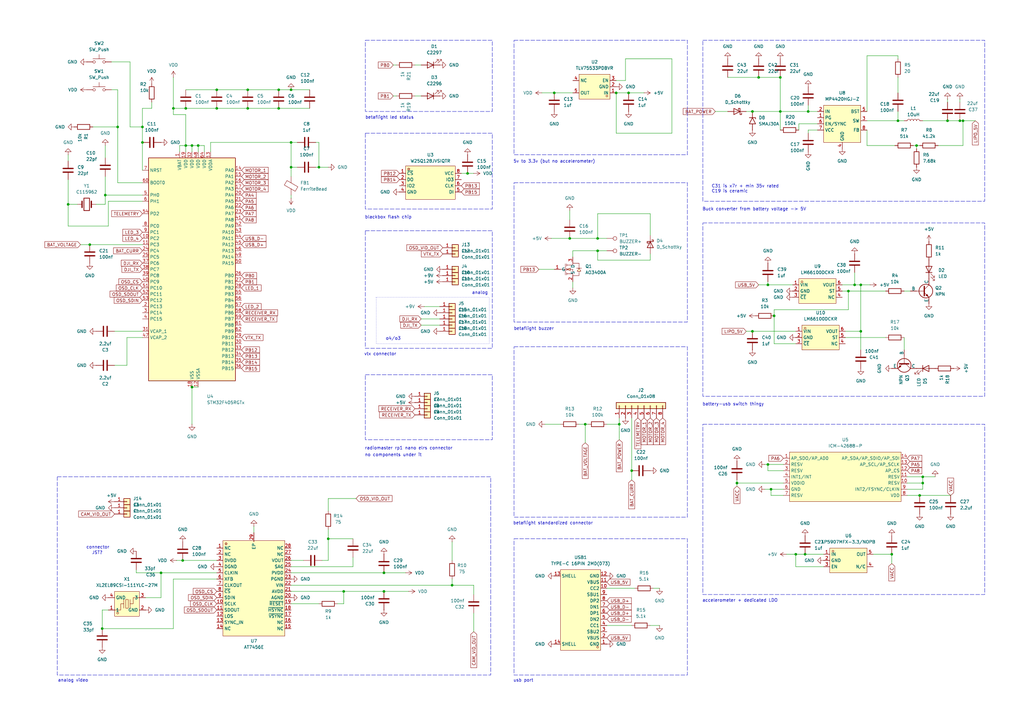
<source format=kicad_sch>
(kicad_sch (version 20250114) (generator "eeschema") (generator_version "9.0")
  (paper "A3")
  (rectangle (start 210.82 74.93) (end 281.94 132.08) (stroke (width 0) (type dash)))
  (rectangle (start 288.29 16.51) (end 403.86 82.55) (stroke (width 0) (type dash)))
  (rectangle (start 210.82 142.24) (end 281.94 212.09) (stroke (width 0) (type dash)))
  (rectangle (start 149.86 54.61) (end 201.93 85.725) (stroke (width 0) (type dash)))
  (rectangle (start 149.86 153.67) (end 201.93 180.34) (stroke (width 0) (type dash)))
  (rectangle (start 149.86 16.51) (end 201.93 45.72) (stroke (width 0) (type dash)))
  (rectangle (start 23.495 195.58) (end 201.295 276.86) (stroke (width 0) (type dash)))
  (rectangle (start 288.29 173.99) (end 403.86 243.84) (stroke (width 0) (type dash)))
  (rectangle (start 288.29 91.44) (end 403.86 162.56) (stroke (width 0) (type dash)))
  (rectangle (start 210.82 220.98) (end 281.94 276.86) (stroke (width 0) (type dash)))
  (rectangle (start 149.86 94.615) (end 201.93 142.875) (stroke (width 0) (type dash)))
  (rectangle (start 210.82 16.51) (end 281.94 63.5) (stroke (width 0) (type dash)))
  (rectangle (start 154.305 121.92) (end 200.66 140.97) (stroke (width 0) (type dot)))
  (rectangle (start 79.375 -52.07) (end 156.845 -11.43) (stroke (width 0) (type dash)))
  (text "usb port\n" (at 214.63 279.146 0) (effects (font (size 1.27 1.27))))
  (text "no components under it\n" (at 161.29 186.69 0) (effects (font (size 1.27 1.27))))
  (text "battery-usb switch thingy\n\n" (at 300.736 166.878 0) (effects (font (size 1.27 1.27))))
  (text "Buck converter from battery voltage -> 5V" (at 309.372 85.852 0) (effects (font (size 1.27 1.27))))
  (text "blackbox flash chip" (at 159.258 89.154 0) (effects (font (size 1.27 1.27))))
  (text "betaflight standardized connector" (at 226.822 214.63 0) (effects (font (size 1.27 1.27))))
  (text "analog" (at 196.85 120.142 0) (effects (font (size 1.27 1.27))))
  (text "radiomaster rp1 nano elrs connector" (at 167.64 183.896 0) (effects (font (size 1.27 1.27))))
  (text "vtx connector" (at 155.956 145.288 0) (effects (font (size 1.27 1.27))))
  (text "connector\n" (at 40.132 224.536 0) (effects (font (size 1.27 1.27))))
  (text "beatflight led strip" (at 89.408 -8.636 0) (effects (font (size 1.27 1.27))))
  (text "analog video" (at 29.972 279.146 0) (effects (font (size 1.27 1.27))))
  (text "C31 is x7r + min 35v rated\nC19 is ceramic\n" (at 291.846 77.47 0) (effects (font (size 1.27 1.27)) (justify left)))
  (text "additional pads\n" (at 192.024 -13.208 0) (effects (font (size 1.27 1.27))))
  (text "JST? " (at 40.386 226.822 0) (effects (font (size 1.27 1.27))))
  (text "betaflight buzzer\n" (at 218.948 134.874 0) (effects (font (size 1.27 1.27))))
  (text "accelerometer + dedicated LDO\n" (at 303.53 246.38 0) (effects (font (size 1.27 1.27))))
  (text "betaflight led status\n" (at 159.766 48.26 0) (effects (font (size 1.27 1.27))))
  (text "5v to 3.3v (but no accelerometer)" (at 227.33 66.294 0) (effects (font (size 1.27 1.27))))
  (text "o4/o3" (at 161.29 138.938 0) (effects (font (size 1.27 1.27))))
  (junction (at 320.04 45.72))
  (junction (at 320.04 31.75))
  (junction (at 314.96 116.84))
  (junction (at 41.91 257.81))
  (junction (at 76.2 44.45))
  (junction (at 66.04 234.95))
  (junction (at 134.62 220.98))
  (junction (at 308.61 135.89))
  (junction (at 140.97 242.57))
  (junction (at 308.61 45.72))
  (junction (at 114.3 44.45))
  (junction (at 326.39 227.33))
  (junction (at 388.62 49.53))
  (junction (at 48.26 52.07))
  (junction (at 393.7 49.53))
  (junction (at 314.96 190.5))
  (junction (at 347.98 119.38))
  (junction (at 58.42 52.07))
  (junction (at 353.06 135.89))
  (junction (at 119.38 36.83))
  (junction (at 88.9 36.83))
  (junction (at 43.18 80.01))
  (junction (at 252.73 38.1))
  (junction (at 27.94 83.82))
  (junction (at 311.15 31.75))
  (junction (at 88.9 44.45))
  (junction (at 78.74 158.75))
  (junction (at 36.83 100.33))
  (junction (at 81.28 59.69))
  (junction (at 114.3 36.83))
  (junction (at 330.2 227.33))
  (junction (at 353.06 116.84))
  (junction (at 157.48 234.95))
  (junction (at 245.11 97.79))
  (junction (at 365.76 227.33))
  (junction (at 259.08 193.04))
  (junction (at 317.5 129.54))
  (junction (at 378.46 195.58))
  (junction (at 119.38 68.58))
  (junction (at 58.42 58.42))
  (junction (at 302.26 198.12))
  (junction (at 350.52 116.84))
  (junction (at 101.6 36.83))
  (junction (at 119.38 58.42))
  (junction (at 240.03 173.99))
  (junction (at 316.23 200.66))
  (junction (at 71.12 44.45))
  (junction (at 331.47 45.72))
  (junction (at 130.81 68.58))
  (junction (at 227.33 38.1))
  (junction (at 254 173.99))
  (junction (at 377.19 203.2))
  (junction (at 368.3 49.53))
  (junction (at 378.46 198.12))
  (junction (at 394.97 49.53))
  (junction (at 233.68 97.79))
  (junction (at 74.93 229.87))
  (junction (at 245.11 102.87))
  (junction (at 257.81 38.1))
  (junction (at 185.42 240.03))
  (junction (at 76.2 59.69))
  (junction (at 101.6 44.45))
  (junction (at 157.48 242.57))
  (junction (at 191.77 71.12))
  (junction (at 78.74 59.69))
  (junction (at 375.92 59.69))
  (wire (pts (xy 293.37 45.72) (xy 298.45 45.72)))
  (wire (pts (xy 52.07 138.43) (xy 52.07 149.86)))
  (wire (pts (xy 245.11 97.79) (xy 245.11 87.63)))
  (wire (pts (xy 365.76 231.14) (xy 365.76 227.33)))
  (wire (pts (xy 53.34 52.07) (xy 53.34 25.4)))
  (wire (pts (xy 306.07 135.89) (xy 308.61 135.89)))
  (wire (pts (xy 119.38 247.65) (xy 130.81 247.65)))
  (wire (pts (xy 358.14 227.33) (xy 365.76 227.33)))
  (wire (pts (xy 38.1 52.07) (xy 48.26 52.07)))
  (wire (pts (xy 55.88 234.95) (xy 66.04 234.95)))
  (wire (pts (xy 78.74 158.75) (xy 78.74 173.99)))
  (wire (pts (xy 194.31 71.12) (xy 191.77 71.12)))
  (wire (pts (xy 314.96 116.84) (xy 325.12 116.84)))
  (wire (pts (xy 308.61 135.89) (xy 326.39 135.89)))
  (wire (pts (xy 252.73 54.61) (xy 252.73 38.1)))
  (wire (pts (xy 302.26 198.12) (xy 302.26 199.39)))
  (wire (pts (xy 248.92 97.79) (xy 245.11 97.79)))
  (wire (pts (xy 355.6 22.86) (xy 355.6 45.72)))
  (wire (pts (xy 191.77 71.12) (xy 189.23 71.12)))
  (wire (pts (xy 119.38 58.42) (xy 121.92 58.42)))
  (wire (pts (xy 130.81 58.42) (xy 129.54 58.42)))
  (wire (pts (xy 134.62 229.87) (xy 132.08 229.87)))
  (wire (pts (xy 240.03 173.99) (xy 241.3 173.99)))
  (wire (pts (xy 350.52 111.76) (xy 350.52 116.84)))
  (wire (pts (xy 81.28 59.69) (xy 83.82 59.69)))
  (wire (pts (xy 393.7 49.53) (xy 394.97 49.53)))
  (wire (pts (xy 58.42 74.93) (xy 48.26 74.93)))
  (wire (pts (xy 389.89 203.2) (xy 377.19 203.2)))
  (wire (pts (xy 130.81 68.58) (xy 134.62 68.58)))
  (wire (pts (xy 76.2 46.99) (xy 71.12 46.99)))
  (wire (pts (xy 372.11 195.58) (xy 378.46 195.58)))
  (wire (pts (xy 322.58 227.33) (xy 326.39 227.33)))
  (wire (pts (xy 368.3 49.53) (xy 370.84 49.53)))
  (wire (pts (xy 331.47 45.72) (xy 335.28 45.72)))
  (wire (pts (xy 252.73 38.1) (xy 257.81 38.1)))
  (wire (pts (xy 58.42 52.07) (xy 58.42 44.45)))
  (wire (pts (xy 377.19 203.2) (xy 372.11 203.2)))
  (wire (pts (xy 317.5 127) (xy 317.5 129.54)))
  (wire (pts (xy 134.62 217.17) (xy 134.62 220.98)))
  (wire (pts (xy 58.42 58.42) (xy 58.42 52.07)))
  (wire (pts (xy 317.5 140.97) (xy 326.39 140.97)))
  (wire (pts (xy 39.37 83.82) (xy 43.18 83.82)))
  (wire (pts (xy 130.81 58.42) (xy 130.81 68.58)))
  (wire (pts (xy 317.5 129.54) (xy 317.5 140.97)))
  (wire (pts (xy 234.95 118.11) (xy 234.95 115.57)))
  (wire (pts (xy 314.96 190.5) (xy 321.31 190.5)))
  (wire (pts (xy 353.06 135.89) (xy 346.71 135.89)))
  (wire (pts (xy 252.73 33.02) (xy 256.54 33.02)))
  (wire (pts (xy 140.97 242.57) (xy 140.97 247.65)))
  (wire (pts (xy 314.96 115.57) (xy 314.96 116.84)))
  (wire (pts (xy 266.7 104.14) (xy 266.7 106.68)))
  (wire (pts (xy 355.6 49.53) (xy 368.3 49.53)))
  (wire (pts (xy 43.18 64.77) (xy 43.18 59.69)))
  (wire (pts (xy 298.45 31.75) (xy 311.15 31.75)))
  (wire (pts (xy 248.92 241.3) (xy 260.35 241.3)))
  (wire (pts (xy 86.36 58.42) (xy 86.36 62.23)))
  (wire (pts (xy 256.54 24.13) (xy 275.59 24.13)))
  (wire (pts (xy 55.88 233.68) (xy 55.88 234.95)))
  (wire (pts (xy 326.39 232.41) (xy 326.39 227.33)))
  (wire (pts (xy 350.52 116.84) (xy 353.06 116.84)))
  (wire (pts (xy 227.33 38.1) (xy 234.95 38.1)))
  (wire (pts (xy 331.47 53.34) (xy 335.28 53.34)))
  (wire (pts (xy 74.93 229.87) (xy 88.9 229.87)))
  (wire (pts (xy 308.61 45.72) (xy 320.04 45.72)))
  (wire (pts (xy 119.38 36.83) (xy 127 36.83)))
  (wire (pts (xy 66.04 234.95) (xy 88.9 234.95)))
  (wire (pts (xy 44.45 82.55) (xy 58.42 82.55)))
  (wire (pts (xy 311.15 116.84) (xy 314.96 116.84)))
  (wire (pts (xy 245.11 102.87) (xy 245.11 106.68)))
  (wire (pts (xy 245.11 87.63) (xy 266.7 87.63)))
  (wire (pts (xy 248.92 256.54) (xy 259.08 256.54)))
  (wire (pts (xy 372.11 200.66) (xy 378.46 200.66)))
  (wire (pts (xy 58.42 44.45) (xy 62.23 44.45)))
  (wire (pts (xy 378.46 198.12) (xy 372.11 198.12)))
  (wire (pts (xy 170.18 26.67) (xy 172.72 26.67)))
  (wire (pts (xy 43.18 80.01) (xy 58.42 80.01)))
  (wire (pts (xy 73.66 59.69) (xy 76.2 59.69)))
  (wire (pts (xy 233.68 97.79) (xy 245.11 97.79)))
  (wire (pts (xy 259.08 196.85) (xy 259.08 193.04)))
  (wire (pts (xy 234.95 102.87) (xy 234.95 105.41)))
  (wire (pts (xy 124.46 229.87) (xy 119.38 229.87)))
  (wire (pts (xy 58.42 138.43) (xy 52.07 138.43)))
  (wire (pts (xy 86.36 58.42) (xy 119.38 58.42)))
  (wire (pts (xy 101.6 36.83) (xy 114.3 36.83)))
  (wire (pts (xy 88.9 36.83) (xy 101.6 36.83)))
  (wire (pts (xy 302.26 198.12) (xy 321.31 198.12)))
  (wire (pts (xy 259.08 193.04) (xy 259.08 171.45)))
  (wire (pts (xy 33.02 100.33) (xy 36.83 100.33)))
  (wire (pts (xy 384.81 59.69) (xy 394.97 59.69)))
  (wire (pts (xy 313.69 190.5) (xy 314.96 190.5)))
  (wire (pts (xy 320.04 53.34) (xy 320.04 45.72)))
  (wire (pts (xy 119.38 81.28) (xy 119.38 80.01)))
  (wire (pts (xy 157.48 242.57) (xy 167.64 242.57)))
  (wire (pts (xy 326.39 227.33) (xy 330.2 227.33)))
  (wire (pts (xy 76.2 59.69) (xy 78.74 59.69)))
  (wire (pts (xy 248.92 173.99) (xy 254 173.99)))
  (wire (pts (xy 166.37 234.95) (xy 157.48 234.95)))
  (wire (pts (xy 248.92 102.87) (xy 245.11 102.87)))
  (wire (pts (xy 321.31 193.04) (xy 314.96 193.04)))
  (wire (pts (xy 114.3 44.45) (xy 101.6 44.45)))
  (wire (pts (xy 331.47 43.18) (xy 331.47 45.72)))
  (wire (pts (xy 52.07 149.86) (xy 46.99 149.86)))
  (wire (pts (xy 194.31 259.08) (xy 194.31 251.46)))
  (wire (pts (xy 383.54 195.58) (xy 378.46 195.58)))
  (wire (pts (xy 320.04 45.72) (xy 331.47 45.72)))
  (wire (pts (xy 134.62 220.98) (xy 134.62 229.87)))
  (wire (pts (xy 223.52 173.99) (xy 229.87 173.99)))
  (wire (pts (xy 330.2 227.33) (xy 337.82 227.33)))
  (wire (pts (xy 345.44 116.84) (xy 350.52 116.84)))
  (wire (pts (xy 114.3 36.83) (xy 119.38 36.83)))
  (wire (pts (xy 48.26 52.07) (xy 48.26 74.93)))
  (wire (pts (xy 388.62 40.64) (xy 388.62 41.91)))
  (wire (pts (xy 194.31 240.03) (xy 185.42 240.03)))
  (wire (pts (xy 353.06 143.51) (xy 353.06 135.89)))
  (wire (pts (xy 185.42 222.25) (xy 185.42 229.87)))
  (wire (pts (xy 81.28 59.69) (xy 81.28 62.23)))
  (wire (pts (xy 161.29 39.37) (xy 162.56 39.37)))
  (wire (pts (xy 48.26 52.07) (xy 48.26 36.83)))
  (wire (pts (xy 43.18 83.82) (xy 43.18 80.01)))
  (wire (pts (xy 170.18 39.37) (xy 172.72 39.37)))
  (wire (pts (xy 378.46 195.58) (xy 378.46 198.12)))
  (wire (pts (xy 78.74 158.75) (xy 81.28 158.75)))
  (wire (pts (xy 119.38 232.41) (xy 144.78 232.41)))
  (wire (pts (xy 71.12 44.45) (xy 71.12 46.99)))
  (wire (pts (xy 254 180.34) (xy 254 173.99)))
  (wire (pts (xy 172.72 130.81) (xy 180.34 130.81)))
  (wire (pts (xy 327.66 53.34) (xy 327.66 50.8)))
  (wire (pts (xy 368.3 22.86) (xy 368.3 24.13)))
  (wire (pts (xy 43.18 72.39) (xy 43.18 80.01)))
  (wire (pts (xy 72.39 229.87) (xy 74.93 229.87)))
  (wire (pts (xy 320.04 31.75) (xy 320.04 45.72)))
  (wire (pts (xy 173.99 125.73) (xy 180.34 125.73)))
  (wire (pts (xy 375.92 59.69) (xy 377.19 59.69)))
  (wire (pts (xy 267.97 241.3) (xy 270.51 241.3)))
  (wire (pts (xy 130.81 68.58) (xy 129.54 68.58)))
  (wire (pts (xy 222.25 38.1) (xy 227.33 38.1)))
  (wire (pts (xy 316.23 203.2) (xy 321.31 203.2)))
  (wire (pts (xy 44.45 250.19) (xy 41.91 250.19)))
  (wire (pts (xy 254 173.99) (xy 254 171.45)))
  (wire (pts (xy 240.03 173.99) (xy 240.03 181.61)))
  (wire (pts (xy 119.38 58.42) (xy 119.38 68.58)))
  (wire (pts (xy 256.54 33.02) (xy 256.54 24.13)))
  (wire (pts (xy 71.12 257.81) (xy 71.12 237.49)))
  (wire (pts (xy 76.2 59.69) (xy 76.2 46.99)))
  (wire (pts (xy 134.62 204.47) (xy 134.62 209.55)))
  (wire (pts (xy 44.45 92.71) (xy 44.45 82.55)))
  (wire (pts (xy 194.31 243.84) (xy 194.31 240.03)))
  (wire (pts (xy 27.94 73.66) (xy 27.94 83.82)))
  (wire (pts (xy 394.97 49.53) (xy 400.05 49.53)))
  (wire (pts (xy 311.15 31.75) (xy 320.04 31.75)))
  (wire (pts (xy 185.42 240.03) (xy 119.38 240.03)))
  (wire (pts (xy 367.03 59.69) (xy 355.6 59.69)))
  (wire (pts (xy 119.38 68.58) (xy 121.92 68.58)))
  (wire (pts (xy 88.9 44.45) (xy 76.2 44.45)))
  (wire (pts (xy 220.98 110.49) (xy 227.33 110.49)))
  (wire (pts (xy 347.98 127) (xy 317.5 127)))
  (wire (pts (xy 27.94 92.71) (xy 44.45 92.71)))
  (wire (pts (xy 353.06 116.84) (xy 356.87 116.84)))
  (wire (pts (xy 266.7 106.68) (xy 245.11 106.68)))
  (wire (pts (xy 375.92 60.96) (xy 375.92 59.69)))
  (wire (pts (xy 337.82 232.41) (xy 326.39 232.41)))
  (wire (pts (xy 36.83 100.33) (xy 58.42 100.33)))
  (wire (pts (xy 73.66 59.69) (xy 73.66 62.23)))
  (wire (pts (xy 101.6 44.45) (xy 88.9 44.45)))
  (wire (pts (xy 245.11 102.87) (xy 234.95 102.87)))
  (wire (pts (xy 58.42 69.85) (xy 58.42 58.42)))
  (wire (pts (xy 306.07 45.72) (xy 308.61 45.72)))
  (wire (pts (xy 119.38 68.58) (xy 119.38 72.39)))
  (wire (pts (xy 76.2 36.83) (xy 88.9 36.83)))
  (wire (pts (xy 314.96 193.04) (xy 314.96 190.5)))
  (wire (pts (xy 53.34 25.4) (xy 45.72 25.4)))
  (wire (pts (xy 140.97 242.57) (xy 157.48 242.57)))
  (wire (pts (xy 331.47 54.61) (xy 331.47 53.34)))
  (wire (pts (xy 394.97 59.69) (xy 394.97 49.53)))
  (wire (pts (xy 347.98 119.38) (xy 363.22 119.38)))
  (wire (pts (xy 373.38 119.38) (xy 370.84 119.38)))
  (wire (pts (xy 71.12 237.49) (xy 88.9 237.49)))
  (wire (pts (xy 316.23 200.66) (xy 316.23 203.2)))
  (wire (pts (xy 388.62 49.53) (xy 393.7 49.53)))
  (wire (pts (xy 104.14 215.9) (xy 104.14 218.44)))
  (wire (pts (xy 226.06 97.79) (xy 233.68 97.79)))
  (wire (pts (xy 48.26 36.83) (xy 45.72 36.83)))
  (wire (pts (xy 71.12 44.45) (xy 76.2 44.45)))
  (wire (pts (xy 71.12 31.75) (xy 71.12 44.45)))
  (wire (pts (xy 275.59 54.61) (xy 252.73 54.61)))
  (wire (pts (xy 66.04 245.11) (xy 66.04 234.95)))
  (wire (pts (xy 78.74 59.69) (xy 78.74 62.23)))
  (wire (pts (xy 58.42 52.07) (xy 53.34 52.07)))
  (wire (pts (xy 347.98 119.38) (xy 347.98 127)))
  (wire (pts (xy 237.49 173.99) (xy 240.03 173.99)))
  (wire (pts (xy 119.38 242.57) (xy 140.97 242.57)))
  (wire (pts (xy 62.23 44.45) (xy 62.23 41.91)))
  (wire (pts (xy 59.69 245.11) (xy 66.04 245.11)))
  (wire (pts (xy 144.78 232.41) (xy 144.78 228.6)))
  (wire (pts (xy 355.6 59.69) (xy 355.6 53.34)))
  (wire (pts (xy 27.94 83.82) (xy 27.94 92.71)))
  (wire (pts (xy 76.2 59.69) (xy 76.2 62.23)))
  (wire (pts (xy 266.7 87.63) (xy 266.7 96.52)))
  (wire (pts (xy 146.05 204.47) (xy 134.62 204.47)))
  (wire (pts (xy 353.06 116.84) (xy 353.06 135.89)))
  (wire (pts (xy 83.82 59.69) (xy 83.82 62.23)))
  (wire (pts (xy 368.3 22.86) (xy 355.6 22.86)))
  (wire (pts (xy 375.92 59.69) (xy 374.65 59.69)))
  (wire (pts (xy 114.3 44.45) (xy 127 44.45)))
  (wire (pts (xy 368.3 45.72) (xy 368.3 49.53)))
  (wire (pts (xy 370.84 138.43) (xy 370.84 143.51)))
  (wire (pts (xy 41.91 250.19) (xy 41.91 257.81)))
  (wire (pts (xy 41.91 257.81) (xy 71.12 257.81)))
  (wire (pts (xy 393.7 41.91) (xy 393.7 40.64)))
  (wire (pts (xy 46.99 135.89) (xy 58.42 135.89)))
  (wire (pts (xy 78.74 59.69) (xy 81.28 59.69)))
  (wire (pts (xy 368.3 38.1) (xy 368.3 31.75)))
  (wire (pts (xy 345.44 119.38) (xy 347.98 119.38)))
  (wire (pts (xy 134.62 220.98) (xy 144.78 220.98)))
  (wire (pts (xy 327.66 50.8) (xy 335.28 50.8)))
  (wire (pts (xy 266.7 256.54) (xy 270.51 256.54)))
  (wire (pts (xy 185.42 237.49) (xy 185.42 240.03)))
  (wire (pts (xy 316.23 200.66) (xy 321.31 200.66)))
  (wire (pts (xy 378.46 49.53) (xy 388.62 49.53)))
  (wire (pts (xy 140.97 247.65) (xy 138.43 247.65)))
  (wire (pts (xy 119.38 234.95) (xy 157.48 234.95)))
  (wire (pts (xy 257.81 38.1) (xy 264.16 38.1)))
  (wire (pts (xy 302.26 196.85) (xy 302.26 198.12)))
  (wire (pts (xy 313.69 200.66) (xy 316.23 200.66)))
  (wire (pts (xy 161.29 26.67) (xy 162.56 26.67)))
  (wire (pts (xy 31.75 83.82) (xy 27.94 83.82)))
  (wire (pts (xy 346.71 138.43) (xy 363.22 138.43)))
  (wire (pts (xy 172.72 133.35) (xy 180.34 133.35)))
  (wire (pts (xy 275.59 24.13) (xy 275.59 54.61)))
  (wire (pts (xy 378.46 200.66) (xy 378.46 198.12)))
  (wire (pts (xy 27.94 63.5) (xy 27.94 66.04)))
  (wire (pts (xy 233.68 86.36) (xy 233.68 90.17)))
  (global_label "PA8" (shape input) (at 372.11 193.04 0) (property "Intersheetrefs" "${INTERSHEET_REFS}" (effects (hide yes))))
  (global_label "LED_4" (shape input) (at 58.42 97.79 180) (property "Intersheetrefs" "${INTERSHEET_REFS}" (effects (hide yes))))
  (global_label "OSD_CLK" (shape input) (at 58.42 118.11 180) (property "Intersheetrefs" "${INTERSHEET_REFS}" (effects (hide yes))))
  (global_label "RECEIVER_TX" (shape input) (at 99.06 130.81 0) (property "Intersheetrefs" "${INTERSHEET_REFS}" (effects (hide yes))))
  (global_label "DJI_RX" (shape input) (at 172.72 130.81 180) (property "Intersheetrefs" "${INTERSHEET_REFS}" (effects (hide yes))))
  (global_label "PB13" (shape input) (at 220.98 110.49 180) (property "Intersheetrefs" "${INTERSHEET_REFS}" (effects (hide yes))))
  (global_label "PB12" (shape input) (at 163.83 71.12 180) (property "Intersheetrefs" "${INTERSHEET_REFS}" (effects (hide yes))))
  (global_label "LIPO_5V" (shape input) (at 306.07 135.89 180) (property "Intersheetrefs" "${INTERSHEET_REFS}" (effects (hide yes))))
  (global_label "PB14" (shape input) (at 163.83 73.66 180) (property "Intersheetrefs" "${INTERSHEET_REFS}" (effects (hide yes))))
  (global_label "VTX_TX" (shape input) (at 181.61 104.14 180) (property "Intersheetrefs" "${INTERSHEET_REFS}" (effects (hide yes))))
  (global_label "PA7" (shape input) (at 372.11 187.96 0) (property "Intersheetrefs" "${INTERSHEET_REFS}" (effects (hide yes))))
  (global_label "USB_D-" (shape input) (at 248.92 254 0) (property "Intersheetrefs" "${INTERSHEET_REFS}" (effects (hide yes))))
  (global_label "OSD_SDIN" (shape input) (at 88.9 245.11 180) (property "Intersheetrefs" "${INTERSHEET_REFS}" (effects (hide yes))))
  (global_label "BAT_POWER" (shape input) (at 254 180.34 270) (property "Intersheetrefs" "${INTERSHEET_REFS}" (effects (hide yes))))
  (global_label "USB_D+" (shape input) (at 99.06 100.33 0) (property "Intersheetrefs" "${INTERSHEET_REFS}" (effects (hide yes))))
  (global_label "CAM_VID_OUT" (shape input) (at 46.99 210.82 180) (property "Intersheetrefs" "${INTERSHEET_REFS}" (effects (hide yes))))
  (global_label "PB15" (shape input) (at 189.23 78.74 0) (property "Intersheetrefs" "${INTERSHEET_REFS}" (effects (hide yes))))
  (global_label "LED_2" (shape input) (at 130.81 -39.37 180) (property "Intersheetrefs" "${INTERSHEET_REFS}" (effects (hide yes))))
  (global_label "USB_D-" (shape input) (at 248.92 248.92 0) (property "Intersheetrefs" "${INTERSHEET_REFS}" (effects (hide yes))))
  (global_label "USB_D-" (shape input) (at 99.06 97.79 0) (property "Intersheetrefs" "${INTERSHEET_REFS}" (effects (hide yes))))
  (global_label "USB_5V" (shape input) (at 311.15 116.84 180) (property "Intersheetrefs" "${INTERSHEET_REFS}" (effects (hide yes))))
  (global_label "VACC" (shape input) (at 302.26 199.39 270) (property "Intersheetrefs" "${INTERSHEET_REFS}" (effects (hide yes))))
  (global_label "LED_2" (shape input) (at 99.06 125.73 0) (property "Intersheetrefs" "${INTERSHEET_REFS}" (effects (hide yes))))
  (global_label "OSD_CS" (shape input) (at 88.9 242.57 180) (property "Intersheetrefs" "${INTERSHEET_REFS}" (effects (hide yes))))
  (global_label "PA6" (shape input) (at 99.06 85.09 0) (property "Intersheetrefs" "${INTERSHEET_REFS}" (effects (hide yes))))
  (global_label "BAT_POWER" (shape input) (at 293.37 45.72 180) (property "Intersheetrefs" "${INTERSHEET_REFS}" (effects (hide yes))))
  (global_label "MOTOR_2" (shape input) (at 99.06 72.39 0) (property "Intersheetrefs" "${INTERSHEET_REFS}" (effects (hide yes))))
  (global_label "OSD_CS" (shape input) (at 58.42 115.57 180) (property "Intersheetrefs" "${INTERSHEET_REFS}" (effects (hide yes))))
  (global_label "PB14" (shape input) (at 99.06 148.59 0) (property "Intersheetrefs" "${INTERSHEET_REFS}" (effects (hide yes))))
  (global_label "DJI_RX" (shape input) (at 58.42 107.95 180) (property "Intersheetrefs" "${INTERSHEET_REFS}" (effects (hide yes))))
  (global_label "OSD_SDOUT" (shape input) (at 58.42 120.65 180) (property "Intersheetrefs" "${INTERSHEET_REFS}" (effects (hide yes))))
  (global_label "MOTOR_1" (shape input) (at 264.16 171.45 270) (property "Intersheetrefs" "${INTERSHEET_REFS}" (effects (hide yes))))
  (global_label "PA5" (shape input) (at 372.11 190.5 0) (property "Intersheetrefs" "${INTERSHEET_REFS}" (effects (hide yes))))
  (global_label "LED_3" (shape input) (at 58.42 95.25 180) (property "Intersheetrefs" "${INTERSHEET_REFS}" (effects (hide yes))))
  (global_label "PB13" (shape input) (at 189.23 76.2 0) (property "Intersheetrefs" "${INTERSHEET_REFS}" (effects (hide yes))))
  (global_label "PA4" (shape input) (at 99.06 80.01 0) (property "Intersheetrefs" "${INTERSHEET_REFS}" (effects (hide yes))))
  (global_label "BAT_VOLTAGE" (shape input) (at 33.02 100.33 180) (property "Intersheetrefs" "${INTERSHEET_REFS}" (effects (hide yes))))
  (global_label "MOTOR_3" (shape input) (at 99.06 74.93 0) (property "Intersheetrefs" "${INTERSHEET_REFS}" (effects (hide yes))))
  (global_label "USB_5V" (shape input) (at 248.92 238.76 0) (property "Intersheetrefs" "${INTERSHEET_REFS}" (effects (hide yes))))
  (global_label "USB_5V" (shape input) (at 248.92 261.62 0) (property "Intersheetrefs" "${INTERSHEET_REFS}" (effects (hide yes))))
  (global_label "MOTOR_4" (shape input) (at 99.06 77.47 0) (property "Intersheetrefs" "${INTERSHEET_REFS}" (effects (hide yes))))
  (global_label "LIPO_5V" (shape input) (at 400.05 49.53 270) (property "Intersheetrefs" "${INTERSHEET_REFS}" (effects (hide yes))))
  (global_label "MOTOR_4" (shape input) (at 271.78 171.45 270) (property "Intersheetrefs" "${INTERSHEET_REFS}" (effects (hide yes))))
  (global_label "BAT_CURR" (shape input) (at 58.42 102.87 180) (property "Intersheetrefs" "${INTERSHEET_REFS}" (effects (hide yes))))
  (global_label "VACC" (shape input) (at 365.76 231.14 270) (property "Intersheetrefs" "${INTERSHEET_REFS}" (effects (hide yes))))
  (global_label "DJI_TX" (shape input) (at 172.72 133.35 180) (property "Intersheetrefs" "${INTERSHEET_REFS}" (effects (hide yes))))
  (global_label "USB_D+" (shape input) (at 248.92 246.38 0) (property "Intersheetrefs" "${INTERSHEET_REFS}" (effects (hide yes))))
  (global_label "PB1" (shape input) (at 161.29 39.37 180) (property "Intersheetrefs" "${INTERSHEET_REFS}" (effects (hide yes))))
  (global_label "BAT_VOLTAGE" (shape input) (at 240.03 181.61 270) (property "Intersheetrefs" "${INTERSHEET_REFS}" (effects (hide yes))))
  (global_label "OSD_VID_OUT" (shape input) (at 146.05 204.47 0) (property "Intersheetrefs" "${INTERSHEET_REFS}" (effects (hide yes))))
  (global_label "PB13" (shape input) (at 99.06 146.05 0) (property "Intersheetrefs" "${INTERSHEET_REFS}" (effects (hide yes))))
  (global_label "OSD_SDOUT" (shape input) (at 88.9 250.19 180) (property "Intersheetrefs" "${INTERSHEET_REFS}" (effects (hide yes))))
  (global_label "RECEIVER_RX" (shape input) (at 99.06 128.27 0) (property "Intersheetrefs" "${INTERSHEET_REFS}" (effects (hide yes))))
  (global_label "TELEMETRY" (shape input) (at 261.62 171.45 270) (property "Intersheetrefs" "${INTERSHEET_REFS}" (effects (hide yes))))
  (global_label "PA8" (shape input) (at 99.06 90.17 0) (property "Intersheetrefs" "${INTERSHEET_REFS}" (effects (hide yes))))
  (global_label "LED_3" (shape input) (at 130.81 -19.05 180) (property "Intersheetrefs" "${INTERSHEET_REFS}" (effects (hide yes))))
  (global_label "PB1" (shape input) (at 99.06 115.57 0) (property "Intersheetrefs" "${INTERSHEET_REFS}" (effects (hide yes))))
  (global_label "PA6" (shape input) (at 321.31 187.96 180) (property "Intersheetrefs" "${INTERSHEET_REFS}" (effects (hide yes))))
  (global_label "MOTOR_2" (shape input) (at 266.7 171.45 270) (property "Intersheetrefs" "${INTERSHEET_REFS}" (effects (hide yes))))
  (global_label "PB15" (shape input) (at 99.06 151.13 0) (property "Intersheetrefs" "${INTERSHEET_REFS}" (effects (hide yes))))
  (global_label "LED_1" (shape input) (at 99.06 118.11 0) (property "Intersheetrefs" "${INTERSHEET_REFS}" (effects (hide yes))))
  (global_label "VTX_TX" (shape input) (at 99.06 138.43 0) (property "Intersheetrefs" "${INTERSHEET_REFS}" (effects (hide yes))))
  (global_label "RECEIVER_TX" (shape input) (at 170.18 170.18 180) (property "Intersheetrefs" "${INTERSHEET_REFS}" (effects (hide yes))))
  (global_label "TELEMETRY" (shape input) (at 58.42 87.63 180) (property "Intersheetrefs" "${INTERSHEET_REFS}" (effects (hide yes))))
  (global_label "RECEIVER_RX" (shape input) (at 170.18 167.64 180) (property "Intersheetrefs" "${INTERSHEET_REFS}" (effects (hide yes))))
  (global_label "MOTOR_3" (shape input) (at 269.24 171.45 270) (property "Intersheetrefs" "${INTERSHEET_REFS}" (effects (hide yes))))
  (global_label "USB_D+" (shape input) (at 248.92 251.46 0) (property "Intersheetrefs" "${INTERSHEET_REFS}" (effects (hide yes))))
  (global_label "LED_4" (shape input) (at 93.98 -20.32 180) (property "Intersheetrefs" "${INTERSHEET_REFS}" (effects (hide yes))))
  (global_label "PA7" (shape input) (at 99.06 87.63 0) (property "Intersheetrefs" "${INTERSHEET_REFS}" (effects (hide yes))))
  (global_label "DJI_TX" (shape input) (at 58.42 110.49 180) (property "Intersheetrefs" "${INTERSHEET_REFS}" (effects (hide yes))))
  (global_label "OSD_SDIN" (shape input) (at 58.42 123.19 180) (property "Intersheetrefs" "${INTERSHEET_REFS}" (effects (hide yes))))
  (global_label "CAM_VID_OUT" (shape input) (at 194.31 259.08 270) (property "Intersheetrefs" "${INTERSHEET_REFS}" (effects (hide yes))))
  (global_label "BAT_CURR" (shape input) (at 259.08 196.85 270) (property "Intersheetrefs" "${INTERSHEET_REFS}" (effects (hide yes))))
  (global_label "OSD_CLK" (shape input) (at 88.9 247.65 180) (property "Intersheetrefs" "${INTERSHEET_REFS}" (effects (hide yes))))
  (global_label "PB0" (shape input) (at 161.29 26.67 180) (property "Intersheetrefs" "${INTERSHEET_REFS}" (effects (hide yes))))
  (global_label "MOTOR_1" (shape input) (at 99.06 69.85 0) (property "Intersheetrefs" "${INTERSHEET_REFS}" (effects (hide yes))))
  (global_label "VACC" (shape input) (at 389.89 203.2 90) (property "Intersheetrefs" "${INTERSHEET_REFS}" (effects (hide yes))))
  (global_label "OSD_VID_OUT" (shape input) (at 181.61 101.6 180) (property "Intersheetrefs" "${INTERSHEET_REFS}" (effects (hide yes))))
  (global_label "PB0" (shape input) (at 99.06 113.03 0) (property "Intersheetrefs" "${INTERSHEET_REFS}" (effects (hide yes))))
  (global_label "LED_1" (shape input) (at 93.98 -39.37 180) (property "Intersheetrefs" "${INTERSHEET_REFS}" (effects (hide yes))))
  (global_label "PB12" (shape input) (at 99.06 143.51 0) (property "Intersheetrefs" "${INTERSHEET_REFS}" (effects (hide yes))))
  (global_label "PA5" (shape input) (at 99.06 82.55 0) (property "Intersheetrefs" "${INTERSHEET_REFS}" (effects (hide yes))))
  (symbol (lib_id "power:GND") (at 313.69 200.66 270) (unit 1)
    (property "Reference" "#PWR047" (effects (hide yes)))
    (property "Value" "GND" (at 309.88 200.6599 90) (effects (justify right)))
    (property "Description" "Power symbol creates a global label with name \"GND\" , ground" (effects (hide yes)))
  )
  (symbol (lib_id "power:+5V") (at 381 99.06 0) (unit 1)
    (property "Reference" "#PWR085" (effects (hide yes)))
    (property "Value" "+5V" (at 381 93.98 0))
    (property "Description" "Power symbol creates a global label with name \"+5V\"" (effects (hide yes)))
  )
  (symbol (lib_id "power:GND") (at 233.68 86.36 180) (unit 1)
    (property "Reference" "#PWR029" (effects (hide yes)))
    (property "Value" "GND" (at 233.68 81.28 0))
    (property "Description" "Power symbol creates a global label with name \"GND\" , ground" (effects (hide yes)))
  )
  (symbol (lib_id "power:GND") (at 119.38 245.11 90) (unit 1)
    (property "Reference" "#PWR053" (effects (hide yes)))
    (property "Value" "GND" (at 123.19 245.1099 90) (effects (justify right)))
    (property "Description" "Power symbol creates a global label with name \"GND\" , ground" (effects (hide yes)))
  )
  (symbol (lib_id "Device:C") (at 127 40.64 0) (unit 1)
    (property "Reference" "C12" (at 123.19 30.734 0) (effects (justify left)))
    (property "Value" "100nf" (at 123.19 33.274 0) (effects (justify left)))
    (property "Footprint" "Capacitor_SMD:C_0402_1005Metric" (effects (hide yes)))
    (property "Description" "Unpolarized capacitor" (effects (hide yes)))
    (property "LCSC Part" "C1525" (effects (hide yes)))
  )
  (symbol (lib_id "power:GND") (at 39.37 135.89 270) (unit 1)
    (property "Reference" "#PWR02" (effects (hide yes)))
    (property "Value" "GND" (at 35.56 135.8901 90) (effects (justify right)))
    (property "Description" "Power symbol creates a global label with name \"GND\" , ground" (effects (hide yes)))
  )
  (symbol (lib_id "Simulation_SPICE:NPN") (at 378.46 119.38 0) (unit 1)
    (property "Reference" "Q2" (at 383.54 118.1099 0) (effects (justify left)))
    (property "Value" "NPN" (at 383.54 120.6499 0) (effects (justify left)))
    (property "Footprint" "Package_TO_SOT_SMD:SOT-416" (effects (hide yes)))
    (property "Datasheet" "https://ngspice.sourceforge.io/docs/ngspice-html-manual/manual.xhtml#cha_BJTs" (effects (hide yes)))
    (property "Description" "Bipolar transistor symbol for simulation only, substrate tied to the emitter" (effects (hide yes)))
    (property "Sim.Device" "NPN" (effects (hide yes)))
    (property "Sim.Type" "GUMMELPOON" (effects (hide yes)))
    (property "Sim.Pins" "1=C 2=B 3=E" (effects (hide yes)))
    (property "LCSC Part" "C242260" (effects (hide yes)))
  )
  (symbol (lib_id "Device:C") (at 298.45 27.94 0) (unit 1)
    (property "Reference" "C43" (at 302.26 26.6699 0) (effects (justify left)))
    (property "Value" "22uf" (at 302.26 29.2099 0) (effects (justify left)))
    (property "Footprint" "Capacitor_SMD:C_1206_3216Metric" (effects (hide yes)))
    (property "Description" "Unpolarized capacitor" (effects (hide yes)))
    (property "LCSC Part" "C342620" (effects (hide yes)))
  )
  (symbol (lib_id "Connector_Generic:Conn_01x01") (at 185.42 135.89 0) (unit 1) (in_bom no)
    (property "Reference" "J18" (at 187.96 134.6199 0) (effects (justify left)))
    (property "Value" "Conn_01x01" (at 187.96 137.1599 0) (effects (justify left)))
    (property "Footprint" "footprint_lib:signal_pad" (effects (hide yes)))
    (property "Description" "Generic connector, single row, 01x01, script generated (kicad-library-utils/schlib/autogen/connector/)" (effects (hide yes)))
  )
  (symbol (lib_id "Device:C") (at 125.73 58.42 90) (unit 1)
    (property "Reference" "C8" (at 125.73 50.8 90))
    (property "Value" "1uf" (at 125.73 53.34 90))
    (property "Footprint" "Capacitor_SMD:C_0402_1005Metric" (effects (hide yes)))
    (property "Description" "Unpolarized capacitor" (effects (hide yes)))
    (property "LCSC Part" "C52923" (effects (hide yes)))
  )
  (symbol (lib_id "easyeda2kicad:MP4420HGJ-Z") (at 345.44 50.8 0) (unit 1)
    (property "Reference" "U8" (at 345.44 38.1 0))
    (property "Value" "MP4420HGJ-Z" (at 345.44 40.64 0))
    (property "Footprint" "easyeda2kicad:TSOT-23-8_L2.9-W1.6-P0.65-LS2.8-BL" (effects (hide yes)))
    (property "LCSC Part" "C5776225" (effects (hide yes)))
  )
  (symbol (lib_id "Device:C") (at 377.19 207.01 0) (unit 1)
    (property "Reference" "C25" (at 381 205.7399 0) (effects (justify left)))
    (property "Value" "100nf" (at 381 208.2799 0) (effects (justify left)))
    (property "Footprint" "Capacitor_SMD:C_0402_1005Metric" (effects (hide yes)))
    (property "Description" "Unpolarized capacitor" (effects (hide yes)))
    (property "LCSC Part" "C1525" (effects (hide yes)))
  )
  (symbol (lib_id "Connector_Generic:Conn_01x01") (at 186.69 115.57 0) (unit 1) (in_bom no)
    (property "Reference" "J11" (at 189.23 114.2999 0) (effects (justify left)))
    (property "Value" "Conn_01x01" (at 189.23 116.8399 0) (effects (justify left)))
    (property "Footprint" "footprint_lib:signal_pad" (effects (hide yes)))
    (property "Description" "Generic connector, single row, 01x01, script generated (kicad-library-utils/schlib/autogen/connector/)" (effects (hide yes)))
  )
  (symbol (lib_id "power:GND") (at 36.83 107.95 0) (unit 1)
    (property "Reference" "#PWR040" (effects (hide yes)))
    (property "Value" "GND" (at 36.83 113.03 0))
    (property "Description" "Power symbol creates a global label with name \"GND\" , ground" (effects (hide yes)))
  )
  (symbol (lib_id "power:VDD") (at 72.39 229.87 90) (unit 1)
    (property "Reference" "#PWR058" (effects (hide yes)))
    (property "Value" "VDD" (at 68.58 229.8699 90) (effects (justify left)))
    (property "Description" "Power symbol creates a global label with name \"VDD\"" (effects (hide yes)))
  )
  (symbol (lib_id "power:+9V") (at 194.31 -27.94 90) (unit 1)
    (property "Reference" "#PWR0103" (effects (hide yes)))
    (property "Value" "+9V" (at 190.5 -27.9401 90) (effects (justify left)))
    (property "Description" "Power symbol creates a global label with name \"+9V\"" (effects (hide yes)))
  )
  (symbol (lib_id "easyeda2kicad:AO3400A") (at 232.41 110.49 0) (unit 1)
    (property "Reference" "Q1" (at 240.03 109.2199 0) (effects (justify left)))
    (property "Value" "AO3400A" (at 240.03 111.7599 0) (effects (justify left)))
    (property "Footprint" "easyeda2kicad:SOT-23-3_L2.9-W1.3-P1.90-LS2.4-BR" (effects (hide yes)))
    (property "Datasheet" "https://lcsc.com/product-detail/MOSFET_AOS_AO3400A_AO3400A_C20917.html" (effects (hide yes)))
    (property "LCSC Part" "C20917" (effects (hide yes)))
  )
  (symbol (lib_id "power:+5V") (at 93.98 -17.78 90) (unit 1)
    (property "Reference" "#PWR096" (effects (hide yes)))
    (property "Value" "+5V" (at 90.17 -17.7801 90) (effects (justify left)))
    (property "Description" "Power symbol creates a global label with name \"+5V\"" (effects (hide yes)))
  )
  (symbol (lib_id "Device:R") (at 134.62 213.36 0) (unit 1)
    (property "Reference" "R14" (at 138.684 211.582 0))
    (property "Value" "75" (at 138.684 214.122 0))
    (property "Footprint" "Resistor_SMD:R_0603_1608Metric" (effects (hide yes)))
    (property "Description" "Resistor" (effects (hide yes)))
    (property "LCSC Part" "C4275" (effects (hide yes)))
  )
  (symbol (lib_id "Simulation_SPICE:NPN") (at 370.84 148.59 270) (unit 1)
    (property "Reference" "Q3" (at 372.1101 153.67 0) (effects (justify left)))
    (property "Value" "NPN" (at 369.5701 153.67 0) (effects (justify left)))
    (property "Footprint" "Package_TO_SOT_SMD:SOT-416" (effects (hide yes)))
    (property "Datasheet" "https://ngspice.sourceforge.io/docs/ngspice-html-manual/manual.xhtml#cha_BJTs" (effects (hide yes)))
    (property "Description" "Bipolar transistor symbol for simulation only, substrate tied to the emitter" (effects (hide yes)))
    (property "Sim.Device" "NPN" (effects (hide yes)))
    (property "Sim.Type" "GUMMELPOON" (effects (hide yes)))
    (property "Sim.Pins" "1=C 2=B 3=E" (effects (hide yes)))
    (property "LCSC Part" "C242260" (effects (hide yes)))
  )
  (symbol (lib_id "Device:C") (at 389.89 207.01 0) (unit 1)
    (property "Reference" "C27" (at 393.7 205.7399 0) (effects (justify left)))
    (property "Value" "2.2uf" (at 393.7 208.2799 0) (effects (justify left)))
    (property "Footprint" "Capacitor_SMD:C_0402_1005Metric" (effects (hide yes)))
    (property "Description" "Unpolarized capacitor" (effects (hide yes)))
    (property "LCSC Part" "C12530" (effects (hide yes)))
  )
  (symbol (lib_id "Connector_Generic:Conn_01x01") (at 175.26 170.18 0) (unit 1) (in_bom no)
    (property "Reference" "J9" (at 177.8 168.9099 0) (effects (justify left)))
    (property "Value" "Conn_01x01" (at 177.8 171.4499 0) (effects (justify left)))
    (property "Footprint" "footprint_lib:signal_pad" (effects (hide yes)))
    (property "Description" "Generic connector, single row, 01x01, script generated (kicad-library-utils/schlib/autogen/connector/)" (effects (hide yes)))
  )
  (symbol (lib_id "Device:R") (at 381 59.69 270) (unit 1)
    (property "Reference" "R8" (at 381 53.34 90))
    (property "Value" "41.2k" (at 381 55.88 90))
    (property "Footprint" "Resistor_SMD:R_0402_1005Metric" (effects (hide yes)))
    (property "Description" "Resistor" (effects (hide yes)))
    (property "LCSC Part" "C26978" (effects (hide yes)))
  )
  (symbol (lib_id "power:GND") (at 157.48 227.33 180) (unit 1)
    (property "Reference" "#PWR060" (effects (hide yes)))
    (property "Value" "GND" (at 157.48 222.25 0))
    (property "Description" "Power symbol creates a global label with name \"GND\" , ground" (effects (hide yes)))
  )
  (symbol (lib_id "power:GND") (at 381 124.46 0) (unit 1)
    (property "Reference" "#PWR084" (effects (hide yes)))
    (property "Value" "GND" (at 381 129.54 0))
    (property "Description" "Power symbol creates a global label with name \"GND\" , ground" (effects (hide yes)))
  )
  (symbol (lib_id "power:GND") (at 41.91 265.43 0) (unit 1)
    (property "Reference" "#PWR071" (effects (hide yes)))
    (property "Value" "GND" (at 41.91 270.51 0))
    (property "Description" "Power symbol creates a global label with name \"GND\" , ground" (effects (hide yes)))
  )
  (symbol (lib_id "easyeda2kicad:LM66100DCKR") (at 335.28 119.38 0) (unit 1)
    (property "Reference" "U9" (at 335.28 109.22 0))
    (property "Value" "LM66100DCKR" (at 335.28 111.76 0))
    (property "Footprint" "easyeda2kicad:SC-70-6_L2.0-W1.3-P0.65-LS2.1-BL" (effects (hide yes)))
    (property "LCSC Part" "C2869734" (effects (hide yes)))
  )
  (symbol (lib_id "power:GND") (at 311.15 24.13 180) (unit 1)
    (property "Reference" "#PWR092" (effects (hide yes)))
    (property "Value" "GND" (at 311.15 19.05 0))
    (property "Description" "Power symbol creates a global label with name \"GND\" , ground" (effects (hide yes)))
  )
  (symbol (lib_id "power:GND") (at 180.34 39.37 90) (unit 1)
    (property "Reference" "#PWR031" (effects (hide yes)))
    (property "Value" "GND" (at 184.15 39.3699 90) (effects (justify right)))
    (property "Description" "Power symbol creates a global label with name \"GND\" , ground" (effects (hide yes)))
  )
  (symbol (lib_id "Device:C") (at 125.73 68.58 90) (unit 1)
    (property "Reference" "C7" (at 125.73 60.96 90))
    (property "Value" "100nf" (at 125.73 63.5 90))
    (property "Footprint" "Capacitor_SMD:C_0402_1005Metric" (effects (hide yes)))
    (property "Description" "Unpolarized capacitor" (effects (hide yes)))
    (property "LCSC Part" "C1525" (effects (hide yes)))
  )
  (symbol (lib_id "power:GND") (at 55.88 226.06 270) (unit 1)
    (property "Reference" "#PWR072" (effects (hide yes)))
    (property "Value" "GND" (at 52.07 226.0599 90) (effects (justify right)))
    (property "Description" "Power symbol creates a global label with name \"GND\" , ground" (effects (hide yes)))
  )
  (symbol (lib_id "Device:C") (at 88.9 40.64 0) (unit 1)
    (property "Reference" "C4" (at 92.71 39.3699 0) (effects (justify left)))
    (property "Value" "100nf" (at 92.71 41.9099 0) (effects (justify left)))
    (property "Footprint" "Capacitor_SMD:C_0402_1005Metric" (effects (hide yes)))
    (property "Description" "Unpolarized capacitor" (effects (hide yes)))
    (property "LCSC Part" "C1525" (effects (hide yes)))
  )
  (symbol (lib_id "power:GND") (at 377.19 210.82 0) (unit 1)
    (property "Reference" "#PWR046" (effects (hide yes)))
    (property "Value" "GND" (at 377.19 215.9 0))
    (property "Description" "Power symbol creates a global label with name \"GND\" , ground" (effects (hide yes)))
  )
  (symbol (lib_id "easyeda2kicad:XL2EL89CSI-111YLC-27M") (at 52.07 247.65 0) (unit 1)
    (property "Reference" "X1" (at 52.07 237.49 0))
    (property "Value" "XL2EL89CSI-111YLC-27M" (at 52.07 240.03 0))
    (property "Footprint" "easyeda2kicad:CRYSTAL-SMD_4P-L3.2-W2.5-BL_SIT8008BI" (effects (hide yes)))
    (property "LCSC Part" "C5444552" (effects (hide yes)))
  )
  (symbol (lib_id "Device:R") (at 368.3 27.94 0) (unit 1)
    (property "Reference" "R5" (at 370.84 26.6699 0) (effects (justify left)))
    (property "Value" "20" (at 370.84 29.2099 0) (effects (justify left)))
    (property "Footprint" "Resistor_SMD:R_0402_1005Metric" (effects (hide yes)))
    (property "Description" "Resistor" (effects (hide yes)))
    (property "LCSC Part" "C25089" (effects (hide yes)))
  )
  (symbol (lib_id "Device:C") (at 262.89 193.04 270) (unit 1)
    (property "Reference" "C22" (at 262.89 185.42 90))
    (property "Value" "100nf" (at 262.89 187.96 90))
    (property "Footprint" "Capacitor_SMD:C_0402_1005Metric" (effects (hide yes)))
    (property "Description" "Unpolarized capacitor" (effects (hide yes)))
    (property "LCSC Part" "C1525" (effects (hide yes)))
  )
  (symbol (lib_id "power:GND") (at 130.81 -21.59 270) (unit 1)
    (property "Reference" "#PWR0101" (effects (hide yes)))
    (property "Value" "GND" (at 127 -21.5901 90) (effects (justify right)))
    (property "Description" "Power symbol creates a global label with name \"GND\" , ground" (effects (hide yes)))
  )
  (symbol (lib_id "power:VDD") (at 222.25 38.1 90) (unit 1)
    (property "Reference" "#PWR019" (effects (hide yes)))
    (property "Value" "VDD" (at 218.44 38.0999 90) (effects (justify left)))
    (property "Description" "Power symbol creates a global label with name \"VDD\"" (effects (hide yes)))
  )
  (symbol (lib_id "Device:LED") (at 381 110.49 90) (unit 1)
    (property "Reference" "D2" (at 384.81 110.8074 90) (effects (justify right)))
    (property "Value" "LED" (at 384.81 113.3474 90) (effects (justify right)))
    (property "Footprint" "LED_SMD:LED_0603_1608Metric" (effects (hide yes)))
    (property "Description" "Light emitting diode" (effects (hide yes)))
    (property "Sim.Pins" "1=K 2=A" (effects (hide yes)))
    (property "LCSC Part" "C2286" (effects (hide yes)))
  )
  (symbol (lib_id "power:GND") (at 270.51 256.54 0) (unit 1)
    (property "Reference" "#PWR078" (effects (hide yes)))
    (property "Value" "GND" (at 270.51 261.62 0))
    (property "Description" "Power symbol creates a global label with name \"GND\" , ground" (effects (hide yes)))
  )
  (symbol (lib_id "Device:LED") (at 176.53 39.37 180) (unit 1)
    (property "Reference" "D3" (at 178.1175 31.75 0))
    (property "Value" "C2296" (at 178.1175 34.29 0))
    (property "Footprint" "easyeda2kicad:LED0805-R-RD" (effects (hide yes)))
    (property "Description" "Light emitting diode" (effects (hide yes)))
    (property "Sim.Pins" "1=K 2=A" (effects (hide yes)))
    (property "LCSC Part" "C2296" (effects (hide yes)))
  )
  (symbol (lib_id "Connector_Generic:Conn_01x01") (at 185.42 128.27 0) (unit 1) (in_bom no)
    (property "Reference" "J15" (at 187.96 126.9999 0) (effects (justify left)))
    (property "Value" "Conn_01x01" (at 187.96 129.5399 0) (effects (justify left)))
    (property "Footprint" "footprint_lib:signal_pad" (effects (hide yes)))
    (property "Description" "Generic connector, single row, 01x01, script generated (kicad-library-utils/schlib/autogen/connector/)" (effects (hide yes)))
  )
  (symbol (lib_id "Device:C") (at 233.68 93.98 0) (unit 1)
    (property "Reference" "C16" (at 237.49 92.7099 0) (effects (justify left)))
    (property "Value" "100nf" (at 237.49 95.2499 0) (effects (justify left)))
    (property "Footprint" "Capacitor_SMD:C_0402_1005Metric" (effects (hide yes)))
    (property "Description" "Unpolarized capacitor" (effects (hide yes)))
    (property "LCSC Part" "C1525" (effects (hide yes)))
  )
  (symbol (lib_id "Connector_Generic:Conn_01x01") (at 52.07 208.28 0) (unit 1) (in_bom no)
    (property "Reference" "J3" (at 54.61 207.0099 0) (effects (justify left)))
    (property "Value" "Conn_01x01" (at 54.61 209.5499 0) (effects (justify left)))
    (property "Footprint" "footprint_lib:signal_pad" (effects (hide yes)))
    (property "Description" "Generic connector, single row, 01x01, script generated (kicad-library-utils/schlib/autogen/connector/)" (effects (hide yes)))
  )
  (symbol (lib_id "Switch:SW_Push") (at 40.64 36.83 0) (unit 1)
    (property "Reference" "SW1" (at 40.64 29.21 0))
    (property "Value" "SW_Push" (at 40.64 31.75 0))
    (property "Footprint" "easyeda2kicad:SW-SMD_L3.9-W3.0-P4.45" (effects (hide yes)))
    (property "Description" "Push button switch, generic, two pins" (effects (hide yes)))
    (property "LCSC Part" "C720477" (effects (hide yes)))
  )
  (symbol (lib_id "Connector_Generic:Conn_01x01") (at 185.42 133.35 0) (unit 1) (in_bom no)
    (property "Reference" "J17" (at 187.96 132.0799 0) (effects (justify left)))
    (property "Value" "Conn_01x01" (at 187.96 134.6199 0) (effects (justify left)))
    (property "Footprint" "footprint_lib:signal_pad" (effects (hide yes)))
    (property "Description" "Generic connector, single row, 01x01, script generated (kicad-library-utils/schlib/autogen/connector/)" (effects (hide yes)))
  )
  (symbol (lib_id "power:GND") (at 337.82 229.87 270) (unit 1)
    (property "Reference" "#PWR042" (effects (hide yes)))
    (property "Value" "GND" (at 334.01 229.8699 90) (effects (justify right)))
    (property "Description" "Power symbol creates a global label with name \"GND\" , ground" (effects (hide yes)))
  )
  (symbol (lib_id "power:GND") (at 256.54 171.45 0) (unit 1)
    (property "Reference" "#PWR025" (effects (hide yes)))
    (property "Value" "GND" (at 256.54 176.53 0))
    (property "Description" "Power symbol creates a global label with name \"GND\" , ground" (effects (hide yes)))
  )
  (symbol (lib_id "power:GND") (at 180.34 135.89 270) (unit 1)
    (property "Reference" "#PWR091" (effects (hide yes)))
    (property "Value" "GND" (at 176.53 135.8899 90) (effects (justify right)))
    (property "Description" "Power symbol creates a global label with name \"GND\" , ground" (effects (hide yes)))
  )
  (symbol (lib_id "Device:C") (at 191.77 67.31 0) (unit 1)
    (property "Reference" "C15" (at 195.58 66.0399 0) (effects (justify left)))
    (property "Value" "100nf" (at 195.58 68.5799 0) (effects (justify left)))
    (property "Footprint" "Capacitor_SMD:C_0402_1005Metric" (effects (hide yes)))
    (property "Description" "Unpolarized capacitor" (effects (hide yes)))
    (property "LCSC Part" "C1525" (effects (hide yes)))
  )
  (symbol (lib_id "Device:C") (at 331.47 58.42 180) (unit 1)
    (property "Reference" "C17" (at 324.104 59.182 0) (effects (justify right)))
    (property "Value" "100nf" (at 324.104 61.722 0) (effects (justify right)))
    (property "Footprint" "Capacitor_SMD:C_0402_1005Metric" (effects (hide yes)))
    (property "Description" "Unpolarized capacitor" (effects (hide yes)))
    (property "LCSC Part" "C1525" (effects (hide yes)))
  )
  (symbol (lib_id "power:GND") (at 39.37 149.86 270) (unit 1)
    (property "Reference" "#PWR01" (effects (hide yes)))
    (property "Value" "GND" (at 35.56 149.8601 90) (effects (justify right)))
    (property "Description" "Power symbol creates a global label with name \"GND\" , ground" (effects (hide yes)))
  )
  (symbol (lib_id "power:+5V") (at 181.61 115.57 90) (unit 1)
    (property "Reference" "#PWR095" (effects (hide yes)))
    (property "Value" "+5V" (at 177.8 115.5699 90) (effects (justify left)))
    (property "Description" "Power symbol creates a global label with name \"+5V\"" (effects (hide yes)))
  )
  (symbol (lib_id "Connector_Generic:Conn_01x01") (at 199.39 -30.48 0) (unit 1) (in_bom no)
    (property "Reference" "J25" (at 201.93 -31.7501 0) (effects (justify left)))
    (property "Value" "Conn_01x01" (at 201.93 -29.2101 0) (effects (justify left)))
    (property "Footprint" "footprint_lib:signal_pad" (effects (hide yes)))
    (property "Description" "Generic connector, single row, 01x01, script generated (kicad-library-utils/schlib/autogen/connector/)" (effects (hide yes)))
  )
  (symbol (lib_id "power:GND") (at 119.38 237.49 90) (unit 1)
    (property "Reference" "#PWR055" (effects (hide yes)))
    (property "Value" "GND" (at 123.19 237.4899 90) (effects (justify right)))
    (property "Description" "Power symbol creates a global label with name \"GND\" , ground" (effects (hide yes)))
  )
  (symbol (lib_id "Connector_Generic:Conn_01x01") (at 175.26 167.64 0) (unit 1) (in_bom no)
    (property "Reference" "J8" (at 177.8 166.3699 0) (effects (justify left)))
    (property "Value" "Conn_01x01" (at 177.8 168.9099 0) (effects (justify left)))
    (property "Footprint" "footprint_lib:signal_pad" (effects (hide yes)))
    (property "Description" "Generic connector, single row, 01x01, script generated (kicad-library-utils/schlib/autogen/connector/)" (effects (hide yes)))
  )
  (symbol (lib_id "power:+9V") (at 173.99 125.73 90) (unit 1)
    (property "Reference" "#PWR038" (effects (hide yes)))
    (property "Value" "+9V" (at 170.18 125.7299 90) (effects (justify left)))
    (property "Description" "Power symbol creates a global label with name \"+9V\"" (effects (hide yes)))
  )
  (symbol (lib_id "Connector_Generic:Conn_01x03") (at 99.06 -20.32 0) (unit 1) (in_bom no)
    (property "Reference" "J19" (at 101.6 -21.5901 0) (effects (justify left)))
    (property "Value" "Conn_01x03" (at 101.6 -19.0501 0) (effects (justify left)))
    (property "Footprint" "footprint_lib:led_ring" (effects (hide yes)))
    (property "Description" "Generic connector, single row, 01x03, script generated (kicad-library-utils/schlib/autogen/connector/)" (effects (hide yes)))
  )
  (symbol (lib_id "Connector_Generic:Conn_01x01") (at 185.42 130.81 0) (unit 1) (in_bom no)
    (property "Reference" "J16" (at 187.96 129.5399 0) (effects (justify left)))
    (property "Value" "Conn_01x01" (at 187.96 132.0799 0) (effects (justify left)))
    (property "Footprint" "footprint_lib:signal_pad" (effects (hide yes)))
    (property "Description" "Generic connector, single row, 01x01, script generated (kicad-library-utils/schlib/autogen/connector/)" (effects (hide yes)))
  )
  (symbol (lib_id "Device:R") (at 313.69 129.54 270) (unit 1)
    (property "Reference" "R3" (at 313.69 123.19 90))
    (property "Value" "10k" (at 313.69 125.73 90))
    (property "Footprint" "Resistor_SMD:R_0402_1005Metric" (effects (hide yes)))
    (property "Description" "Resistor" (effects (hide yes)))
    (property "LCSC Part" "C25744" (effects (hide yes)))
  )
  (symbol (lib_id "power:GND") (at 248.92 264.16 90) (unit 1)
    (property "Reference" "#PWR077" (effects (hide yes)))
    (property "Value" "GND" (at 252.73 264.1599 90) (effects (justify right)))
    (property "Description" "Power symbol creates a global label with name \"GND\" , ground" (effects (hide yes)))
  )
  (symbol (lib_id "easyeda2kicad:TLV75533PDBVR") (at 243.84 35.56 180) (unit 1)
    (property "Reference" "U2" (at 243.84 25.4 0))
    (property "Value" "TLV75533PDBVR" (at 243.84 27.94 0))
    (property "Footprint" "easyeda2kicad:SOT-23-5_L3.0-W1.7-P0.95-LS2.8-BR" (effects (hide yes)))
    (property "Datasheet" "https://lcsc.com/product-detail/Low-Dropout-Regulators-LDO_Texas-Instruments-TI-TLV75533PDBVR_C404027.html" (effects (hide yes)))
    (property "LCSC Part" "C404027" (effects (hide yes)))
  )
  (symbol (lib_id "Device:C") (at 365.76 223.52 0) (unit 1)
    (property "Reference" "C24" (at 369.57 222.2499 0) (effects (justify left)))
    (property "Value" "1uf" (at 369.57 224.7899 0) (effects (justify left)))
    (property "Footprint" "Capacitor_SMD:C_0805_2012Metric" (effects (hide yes)))
    (property "Description" "Unpolarized capacitor" (effects (hide yes)))
    (property "LCSC Part" "C91185" (effects (hide yes)))
  )
  (symbol (lib_id "easyeda2kicad:ICM-42688-P") (at 346.71 195.58 0) (unit 1)
    (property "Reference" "U5" (at 346.71 180.34 0))
    (property "Value" "ICM-42688-P" (at 346.71 182.88 0))
    (property "Footprint" "easyeda2kicad:LGA-14_L3.0-W2.5-P0.50-TL" (effects (hide yes)))
    (property "LCSC Part" "C1850418" (effects (hide yes)))
  )
  (symbol (lib_id "Connector_Generic:Conn_01x01") (at 175.26 165.1 0) (unit 1) (in_bom no)
    (property "Reference" "J7" (at 177.8 163.8299 0) (effects (justify left)))
    (property "Value" "Conn_01x01" (at 177.8 166.3699 0) (effects (justify left)))
    (property "Footprint" "footprint_lib:signal_pad" (effects (hide yes)))
    (property "Description" "Generic connector, single row, 01x01, script generated (kicad-library-utils/schlib/autogen/connector/)" (effects (hide yes)))
  )
  (symbol (lib_id "Device:R") (at 375.92 64.77 0) (unit 1)
    (property "Reference" "R6" (at 378.46 63.4999 0) (effects (justify left)))
    (property "Value" "7.68k" (at 378.46 66.0399 0) (effects (justify left)))
    (property "Footprint" "Resistor_SMD:R_0402_1005Metric" (effects (hide yes)))
    (property "Description" "Resistor" (effects (hide yes)))
    (property "LCSC Part" "C25919" (effects (hide yes)))
  )
  (symbol (lib_id "Device:C") (at 101.6 40.64 0) (unit 1)
    (property "Reference" "C5" (at 105.41 39.3699 0) (effects (justify left)))
    (property "Value" "100nf" (at 105.41 41.9099 0) (effects (justify left)))
    (property "Footprint" "Capacitor_SMD:C_0402_1005Metric" (effects (hide yes)))
    (property "Description" "Unpolarized capacitor" (effects (hide yes)))
    (property "LCSC Part" "C1525" (effects (hide yes)))
  )
  (symbol (lib_id "power:GND") (at 325.12 119.38 270) (unit 1)
    (property "Reference" "#PWR014" (effects (hide yes)))
    (property "Value" "GND" (at 321.31 119.3799 90) (effects (justify right)))
    (property "Description" "Power symbol creates a global label with name \"GND\" , ground" (effects (hide yes)))
  )
  (symbol (lib_id "Device:C") (at 114.3 40.64 0) (unit 1)
    (property "Reference" "C6" (at 118.11 39.3699 0) (effects (justify left)))
    (property "Value" "100nf" (at 118.11 41.9099 0) (effects (justify left)))
    (property "Footprint" "Capacitor_SMD:C_0402_1005Metric" (effects (hide yes)))
    (property "Description" "Unpolarized capacitor" (effects (hide yes)))
    (property "LCSC Part" "C1525" (effects (hide yes)))
  )
  (symbol (lib_id "power:GND") (at 234.95 118.11 0) (unit 1)
    (property "Reference" "#PWR024" (effects (hide yes)))
    (property "Value" "GND" (at 234.95 123.19 0))
    (property "Description" "Power symbol creates a global label with name \"GND\" , ground" (effects (hide yes)))
  )
  (symbol (lib_id "power:GND") (at 331.47 35.56 180) (unit 1)
    (property "Reference" "#PWR034" (effects (hide yes)))
    (property "Value" "GND" (at 331.47 30.48 0))
    (property "Description" "Power symbol creates a global label with name \"GND\" , ground" (effects (hide yes)))
  )
  (symbol (lib_id "power:GND") (at 375.92 68.58 0) (unit 1)
    (property "Reference" "#PWR036" (effects (hide yes)))
    (property "Value" "GND" (at 375.92 73.66 0))
    (property "Description" "Power symbol creates a global label with name \"GND\" , ground" (effects (hide yes)))
  )
  (symbol (lib_id "power:+5V") (at 322.58 227.33 90) (unit 1)
    (property "Reference" "#PWR043" (effects (hide yes)))
    (property "Value" "+5V" (at 318.77 227.3299 90) (effects (justify left)))
    (property "Description" "Power symbol creates a global label with name \"+5V\"" (effects (hide yes)))
  )
  (symbol (lib_id "power:GND") (at 35.56 25.4 270) (unit 1)
    (property "Reference" "#PWR012" (effects (hide yes)))
    (property "Value" "GND" (at 31.75 25.3999 90) (effects (justify right)))
    (property "Description" "Power symbol creates a global label with name \"GND\" , ground" (effects (hide yes)))
  )
  (symbol (lib_id "power:GND") (at 185.42 222.25 180) (unit 1)
    (property "Reference" "#PWR068" (effects (hide yes)))
    (property "Value" "GND" (at 185.42 217.17 0))
    (property "Description" "Power symbol creates a global label with name \"GND\" , ground" (effects (hide yes)))
  )
  (symbol (lib_id "power:GND") (at 298.45 24.13 180) (unit 1)
    (property "Reference" "#PWR093" (effects (hide yes)))
    (property "Value" "GND" (at 298.45 19.05 0))
    (property "Description" "Power symbol creates a global label with name \"GND\" , ground" (effects (hide yes)))
  )
  (symbol (lib_id "power:GND") (at 59.69 250.19 90) (unit 1)
    (property "Reference" "#PWR069" (effects (hide yes)))
    (property "Value" "GND" (at 63.5 250.1899 90) (effects (justify right)))
    (property "Description" "Power symbol creates a global label with name \"GND\" , ground" (effects (hide yes)))
  )
  (symbol (lib_id "Connector_Generic:Conn_01x01") (at 185.42 125.73 0) (unit 1) (in_bom no)
    (property "Reference" "J5" (at 187.96 124.4599 0) (effects (justify left)))
    (property "Value" "Conn_01x01" (at 187.96 126.9999 0) (effects (justify left)))
    (property "Footprint" "footprint_lib:signal_pad" (effects (hide yes)))
    (property "Description" "Generic connector, single row, 01x01, script generated (kicad-library-utils/schlib/autogen/connector/)" (effects (hide yes)))
  )
  (symbol (lib_id "power:GND") (at 270.51 241.3 0) (unit 1)
    (property "Reference" "#PWR079" (effects (hide yes)))
    (property "Value" "GND" (at 270.51 246.38 0))
    (property "Description" "Power symbol creates a global label with name \"GND\" , ground" (effects (hide yes)))
  )
  (symbol (lib_id "Device:C") (at 330.2 223.52 0) (unit 1)
    (property "Reference" "C23" (at 334.01 222.2499 0) (effects (justify left)))
    (property "Value" "1uf" (at 334.01 224.7899 0) (effects (justify left)))
    (property "Footprint" "Capacitor_SMD:C_0805_2012Metric" (effects (hide yes)))
    (property "Description" "Unpolarized capacitor" (effects (hide yes)))
    (property "LCSC Part" "C91185" (effects (hide yes)))
  )
  (symbol (lib_id "Device:FerriteBead") (at 119.38 76.2 180) (unit 1)
    (property "Reference" "FB1" (at 123.19 74.9807 0) (effects (justify right)))
    (property "Value" "FerriteBead" (at 123.19 77.5207 0) (effects (justify right)))
    (property "Footprint" "Inductor_SMD:L_0603_1608Metric" (effects (hide yes)))
    (property "Description" "Ferrite bead" (effects (hide yes)))
    (property "LCSC Part" "C1002" (effects (hide yes)))
  )
  (symbol (lib_id "power:GND") (at 313.69 190.5 270) (unit 1)
    (property "Reference" "#PWR048" (effects (hide yes)))
    (property "Value" "GND" (at 309.88 190.4999 90) (effects (justify right)))
    (property "Description" "Power symbol creates a global label with name \"GND\" , ground" (effects (hide yes)))
  )
  (symbol (lib_id "power:GND") (at 314.96 107.95 180) (unit 1)
    (property "Reference" "#PWR080" (effects (hide yes)))
    (property "Value" "GND" (at 314.96 102.87 0))
    (property "Description" "Power symbol creates a global label with name \"GND\" , ground" (effects (hide yes)))
  )
  (symbol (lib_id "Connector_Generic:Conn_01x01") (at 186.69 101.6 0) (unit 1) (in_bom no)
    (property "Reference" "J13" (at 189.23 100.3299 0) (effects (justify left)))
    (property "Value" "Conn_01x01" (at 189.23 102.8699 0) (effects (justify left)))
    (property "Footprint" "footprint_lib:signal_pad" (effects (hide yes)))
    (property "Description" "Generic connector, single row, 01x01, script generated (kicad-library-utils/schlib/autogen/connector/)" (effects (hide yes)))
  )
  (symbol (lib_id "power:GND") (at 27.94 63.5 180) (unit 1)
    (property "Reference" "#PWR07" (effects (hide yes)))
    (property "Value" "GND" (at 27.94 58.42 0))
    (property "Description" "Power symbol creates a global label with name \"GND\" , ground" (effects (hide yes)))
  )
  (symbol (lib_id "power:GND") (at 365.76 219.71 180) (unit 1)
    (property "Reference" "#PWR045" (effects (hide yes)))
    (property "Value" "GND" (at 365.76 214.63 0))
    (property "Description" "Power symbol creates a global label with name \"GND\" , ground" (effects (hide yes)))
  )
  (symbol (lib_id "Device:C") (at 74.93 226.06 0) (unit 1)
    (property "Reference" "C28" (at 78.74 224.7899 0) (effects (justify left)))
    (property "Value" "100nf" (at 78.74 227.3299 0) (effects (justify left)))
    (property "Footprint" "Capacitor_SMD:C_0402_1005Metric" (effects (hide yes)))
    (property "Description" "Unpolarized capacitor" (effects (hide yes)))
    (property "LCSC Part" "C1525" (effects (hide yes)))
  )
  (symbol (lib_id "Device:C") (at 76.2 40.64 0) (unit 1)
    (property "Reference" "C1" (at 80.01 39.3699 0) (effects (justify left)))
    (property "Value" "100nf" (at 80.01 41.9099 0) (effects (justify left)))
    (property "Footprint" "Capacitor_SMD:C_0402_1005Metric" (effects (hide yes)))
    (property "Description" "Unpolarized capacitor" (effects (hide yes)))
    (property "LCSC Part" "C1525" (effects (hide yes)))
  )
  (symbol (lib_id "Device:C") (at 157.48 231.14 0) (unit 1)
    (property "Reference" "C29" (at 161.29 229.8699 0) (effects (justify left)))
    (property "Value" "100nf" (at 161.29 232.4099 0) (effects (justify left)))
    (property "Footprint" "Capacitor_SMD:C_0402_1005Metric" (effects (hide yes)))
    (property "Description" "Unpolarized capacitor" (effects (hide yes)))
    (property "LCSC Part" "C1525" (effects (hide yes)))
  )
  (symbol (lib_id "power:+5V") (at 46.99 205.74 90) (unit 1)
    (property "Reference" "#PWR066" (effects (hide yes)))
    (property "Value" "+5V" (at 45.72 203.2 90))
    (property "Description" "Power symbol creates a global label with name \"+5V\"" (effects (hide yes)))
  )
  (symbol (lib_id "Device:C") (at 350.52 107.95 180) (unit 1)
    (property "Reference" "C38" (at 343.154 108.712 0) (effects (justify right)))
    (property "Value" "100nf" (at 343.154 111.252 0) (effects (justify right)))
    (property "Footprint" "Capacitor_SMD:C_0402_1005Metric" (effects (hide yes)))
    (property "Description" "Unpolarized capacitor" (effects (hide yes)))
    (property "LCSC Part" "C1525" (effects (hide yes)))
  )
  (symbol (lib_id "power:+5V") (at 391.16 151.13 270) (unit 1)
    (property "Reference" "#PWR087" (effects (hide yes)))
    (property "Value" "+5V" (at 396.24 151.13 0))
    (property "Description" "Power symbol creates a global label with name \"+5V\"" (effects (hide yes)))
  )
  (symbol (lib_id "power:+5V") (at 93.98 -36.83 90) (unit 1)
    (property "Reference" "#PWR098" (effects (hide yes)))
    (property "Value" "+5V" (at 90.17 -36.8301 90) (effects (justify left)))
    (property "Description" "Power symbol creates a global label with name \"+5V\"" (effects (hide yes)))
  )
  (symbol (lib_id "power:GND") (at 88.9 232.41 270) (unit 1)
    (property "Reference" "#PWR056" (effects (hide yes)))
    (property "Value" "GND" (at 85.09 232.4099 90) (effects (justify right)))
    (property "Description" "Power symbol creates a global label with name \"GND\" , ground" (effects (hide yes)))
  )
  (symbol (lib_id "Connector_Generic:Conn_01x03") (at 135.89 -19.05 0) (unit 1) (in_bom no)
    (property "Reference" "J22" (at 138.43 -20.3201 0) (effects (justify left)))
    (property "Value" "Conn_01x03" (at 138.43 -17.7801 0) (effects (justify left)))
    (property "Footprint" "footprint_lib:led_ring" (effects (hide yes)))
    (property "Description" "Generic connector, single row, 01x03, script generated (kicad-library-utils/schlib/autogen/connector/)" (effects (hide yes)))
  )
  (symbol (lib_id "power:GND") (at 388.62 40.64 180) (unit 1)
    (property "Reference" "#PWR033" (effects (hide yes)))
    (property "Value" "GND" (at 388.62 35.56 0))
    (property "Description" "Power symbol creates a global label with name \"GND\" , ground" (effects (hide yes)))
  )
  (symbol (lib_id "Device:R") (at 166.37 26.67 270) (unit 1)
    (property "Reference" "R21" (at 167.6401 29.21 0) (effects (justify left)))
    (property "Value" "1k" (at 165.1001 29.21 0) (effects (justify left)))
    (property "Footprint" "Resistor_SMD:R_0402_1005Metric" (effects (hide yes)))
    (property "Description" "Resistor" (effects (hide yes)))
    (property "LCSC Part" "C11702" (effects (hide yes)))
  )
  (symbol (lib_id "power:GND") (at 308.61 53.34 0) (unit 1)
    (property "Reference" "#PWR050" (effects (hide yes)))
    (property "Value" "GND" (at 308.61 58.42 0))
    (property "Description" "Power symbol creates a global label with name \"GND\" , ground" (effects (hide yes)))
  )
  (symbol (lib_id "Connector_Generic:Conn_01x01") (at 52.07 210.82 0) (unit 1) (in_bom no)
    (property "Reference" "J1" (at 54.61 209.5499 0) (effects (justify left)))
    (property "Value" "Conn_01x01" (at 54.61 212.0899 0) (effects (justify left)))
    (property "Footprint" "footprint_lib:signal_pad" (effects (hide yes)))
    (property "Description" "Generic connector, single row, 01x01, script generated (kicad-library-utils/schlib/autogen/connector/)" (effects (hide yes)))
  )
  (symbol (lib_id "Device:C") (at 227.33 41.91 0) (unit 1)
    (property "Reference" "C13" (at 231.14 40.6399 0) (effects (justify left)))
    (property "Value" "1uf" (at 231.14 43.1799 0) (effects (justify left)))
    (property "Footprint" "Capacitor_SMD:C_0805_2012Metric" (effects (hide yes)))
    (property "Description" "Unpolarized capacitor" (effects (hide yes)))
    (property "LCSC Part" "C91185" (effects (hide yes)))
  )
  (symbol (lib_id "power:GND") (at 180.34 26.67 90) (unit 1)
    (property "Reference" "#PWR030" (effects (hide yes)))
    (property "Value" "GND" (at 184.15 26.6699 90) (effects (justify right)))
    (property "Description" "Power symbol creates a global label with name \"GND\" , ground" (effects (hide yes)))
  )
  (symbol (lib_id "power:GND") (at 248.92 236.22 90) (unit 1)
    (property "Reference" "#PWR076" (effects (hide yes)))
    (property "Value" "GND" (at 252.73 236.2199 90) (effects (justify right)))
    (property "Description" "Power symbol creates a global label with name \"GND\" , ground" (effects (hide yes)))
  )
  (symbol (lib_id "Connector_Generic:Conn_01x03") (at 135.89 -39.37 0) (unit 1) (in_bom no)
    (property "Reference" "J21" (at 138.43 -40.6401 0) (effects (justify left)))
    (property "Value" "Conn_01x03" (at 138.43 -38.1001 0) (effects (justify left)))
    (property "Footprint" "footprint_lib:led_ring" (effects (hide yes)))
    (property "Description" "Generic connector, single row, 01x03, script generated (kicad-library-utils/schlib/autogen/connector/)" (effects (hide yes)))
  )
  (symbol (lib_id "Device:L") (at 374.65 49.53 90) (unit 1)
    (property "Reference" "L1" (at 374.65 44.45 90))
    (property "Value" "1OuH" (at 374.65 46.99 90))
    (property "Footprint" "Inductor_SMD:L_KOHERelec_MDA7030" (effects (hide yes)))
    (property "Description" "Inductor" (effects (hide yes)))
    (property "LCSC Part" "C2847485" (effects (hide yes)))
  )
  (symbol (lib_id "power:GND") (at 365.76 151.13 270) (unit 1)
    (property "Reference" "#PWR086" (effects (hide yes)))
    (property "Value" "GND" (at 360.68 151.13 0))
    (property "Description" "Power symbol creates a global label with name \"GND\" , ground" (effects (hide yes)))
  )
  (symbol (lib_id "Device:C") (at 308.61 139.7 0) (unit 1)
    (property "Reference" "C40" (at 312.42 138.4299 0) (effects (justify left)))
    (property "Value" "1uf" (at 312.42 140.9699 0) (effects (justify left)))
    (property "Footprint" "Capacitor_SMD:C_0402_1005Metric" (effects (hide yes)))
    (property "Description" "Unpolarized capacitor" (effects (hide yes)))
    (property "LCSC Part" "C52923" (effects (hide yes)))
  )
  (symbol (lib_id "Device:C") (at 320.04 27.94 0) (unit 1)
    (property "Reference" "C31" (at 323.85 26.6699 0) (effects (justify left)))
    (property "Value" "22uf" (at 323.85 29.2099 0) (effects (justify left)))
    (property "Footprint" "Capacitor_SMD:C_1206_3216Metric" (effects (hide yes)))
    (property "Description" "Unpolarized capacitor" (effects (hide yes)))
    (property "LCSC Part" "C342620" (effects (hide yes)))
  )
  (symbol (lib_id "Device:C") (at 331.47 39.37 180) (unit 1)
    (property "Reference" "C20" (at 324.104 40.132 0) (effects (justify right)))
    (property "Value" "100nf" (at 324.104 42.672 0) (effects (justify right)))
    (property "Footprint" "Capacitor_SMD:C_0402_1005Metric" (effects (hide yes)))
    (property "Description" "Unpolarized capacitor" (effects (hide yes)))
    (property "LCSC Part" "C1525" (effects (hide yes)))
  )
  (symbol (lib_id "power:VDD") (at 119.38 81.28 180) (unit 1)
    (property "Reference" "#PWR05" (effects (hide yes)))
    (property "Value" "VDD" (at 119.38 86.36 0))
    (property "Description" "Power symbol creates a global label with name \"VDD\"" (effects (hide yes)))
  )
  (symbol (lib_id "Device:C") (at 194.31 247.65 180) (unit 1)
    (property "Reference" "C32" (at 190.5 248.9201 0) (effects (justify left)))
    (property "Value" "100nf" (at 190.5 246.3801 0) (effects (justify left)))
    (property "Footprint" "Capacitor_SMD:C_0402_1005Metric" (effects (hide yes)))
    (property "Description" "Unpolarized capacitor" (effects (hide yes)))
    (property "LCSC Part" "C1525" (effects (hide yes)))
  )
  (symbol (lib_id "power:GND") (at 353.06 151.13 0) (unit 1)
    (property "Reference" "#PWR083" (effects (hide yes)))
    (property "Value" "GND" (at 353.06 156.21 0))
    (property "Description" "Power symbol creates a global label with name \"GND\" , ground" (effects (hide yes)))
  )
  (symbol (lib_id "Device:R") (at 134.62 247.65 270) (unit 1)
    (property "Reference" "R9" (at 134.62 250.698 90))
    (property "Value" "1k" (at 134.62 253.238 90))
    (property "Footprint" "Resistor_SMD:R_0402_1005Metric" (effects (hide yes)))
    (property "Description" "Resistor" (effects (hide yes)))
    (property "LCSC Part" "C11702" (effects (hide yes)))
  )
  (symbol (lib_id "power:VDD") (at 35.56 36.83 90) (unit 1)
    (property "Reference" "#PWR09" (effects (hide yes)))
    (property "Value" "VDD" (at 31.75 36.8299 90) (effects (justify left)))
    (property "Description" "Power symbol creates a global label with name \"VDD\"" (effects (hide yes)))
  )
  (symbol (lib_id "Device:R") (at 62.23 38.1 0) (unit 1)
    (property "Reference" "R2" (at 57.404 34.544 0) (effects (justify left)))
    (property "Value" "10k" (at 57.404 37.084 0) (effects (justify left)))
    (property "Footprint" "Resistor_SMD:R_0402_1005Metric" (effects (hide yes)))
    (property "Description" "Resistor" (effects (hide yes)))
    (property "LCSC Part" "C25744" (effects (hide yes)))
  )
  (symbol (lib_id "Device:R") (at 262.89 256.54 90) (unit 1)
    (property "Reference" "R15" (at 262.89 250.19 90))
    (property "Value" "5.1k" (at 262.89 252.73 90))
    (property "Footprint" "Resistor_SMD:R_0402_1005Metric" (effects (hide yes)))
    (property "Description" "Resistor" (effects (hide yes)))
    (property "LCSC Part" "C25905" (effects (hide yes)))
  )
  (symbol (lib_id "Connector_Generic:Conn_01x01") (at 175.26 162.56 0) (unit 1) (in_bom no)
    (property "Reference" "J6" (at 177.8 161.2899 0) (effects (justify left)))
    (property "Value" "Conn_01x01" (at 177.8 163.8299 0) (effects (justify left)))
    (property "Footprint" "footprint_lib:signal_pad" (effects (hide yes)))
    (property "Description" "Generic connector, single row, 01x01, script generated (kicad-library-utils/schlib/autogen/connector/)" (effects (hide yes)))
  )
  (symbol (lib_id "power:GND") (at 302.26 189.23 180) (unit 1)
    (property "Reference" "#PWR051" (effects (hide yes)))
    (property "Value" "GND" (at 302.26 184.15 0))
    (property "Description" "Power symbol creates a global label with name \"GND\" , ground" (effects (hide yes)))
  )
  (symbol (lib_id "power:VDD") (at 71.12 31.75 0) (unit 1)
    (property "Reference" "#PWR04" (effects (hide yes)))
    (property "Value" "VDD" (at 71.12 26.67 0))
    (property "Description" "Power symbol creates a global label with name \"VDD\"" (effects (hide yes)))
  )
  (symbol (lib_id "easyeda2kicad:LP5907MFX-3.3_NOPB") (at 347.98 229.87 0) (unit 1)
    (property "Reference" "U6" (at 347.98 219.71 0))
    (property "Value" "LP5907MFX-3.3/NOPB" (at 347.98 222.25 0))
    (property "Footprint" "easyeda2kicad:SOT-23-5_L3.0-W1.7-P0.95-LS2.8-BR" (effects (hide yes)))
    (property "Datasheet" "https://lcsc.com/product-detail/Linear-Voltage-Regulators_TI_LP5907MFX-3-3-NOPB_LP5907MFX-3-3-NOPB_C80670.html" (effects (hide yes)))
    (property "LCSC Part" "C80670" (effects (hide yes)))
  )
  (symbol (lib_id "Connector_Generic:Conn_01x01") (at 199.39 -25.4 0) (unit 1) (in_bom no)
    (property "Reference" "J24" (at 201.93 -26.6701 0) (effects (justify left)))
    (property "Value" "Conn_01x01" (at 201.93 -24.1301 0) (effects (justify left)))
    (property "Footprint" "footprint_lib:signal_pad" (effects (hide yes)))
    (property "Description" "Generic connector, single row, 01x01, script generated (kicad-library-utils/schlib/autogen/connector/)" (effects (hide yes)))
  )
  (symbol (lib_id "power:GND") (at 181.61 110.49 270) (unit 1)
    (property "Reference" "#PWR074" (effects (hide yes)))
    (property "Value" "GND" (at 177.8 110.4899 90) (effects (justify right)))
    (property "Description" "Power symbol creates a global label with name \"GND\" , ground" (effects (hide yes)))
  )
  (symbol (lib_id "easyeda2kicad:W25Q128JVSIQTR") (at 176.53 74.93 0) (unit 1)
    (property "Reference" "U3" (at 176.53 63.5 0))
    (property "Value" "W25Q128JVSIQTR" (at 176.53 66.04 0))
    (property "Footprint" "easyeda2kicad:SOIC-8_L5.3-W5.3-P1.27-LS8.0-BL" (effects (hide yes)))
    (property "Datasheet" "https://lcsc.com/product-detail/FLASH_W25Q128JVSIQTR_C97521.html" (effects (hide yes)))
    (property "LCSC Part" "C97521" (effects (hide yes)))
  )
  (symbol (lib_id "power:+5V") (at 264.16 38.1 270) (unit 1)
    (property "Reference" "#PWR018" (effects (hide yes)))
    (property "Value" "+5V" (at 267.97 38.0999 90) (effects (justify left)))
    (property "Description" "Power symbol creates a global label with name \"+5V\"" (effects (hide yes)))
  )
  (symbol (lib_id "Device:R") (at 185.42 233.68 0) (unit 1)
    (property "Reference" "R10" (at 189.484 231.902 0))
    (property "Value" "75" (at 189.484 234.442 0))
    (property "Footprint" "Resistor_SMD:R_0603_1608Metric" (effects (hide yes)))
    (property "Description" "Resistor" (effects (hide yes)))
    (property "LCSC Part" "C4275" (effects (hide yes)))
  )
  (symbol (lib_id "power:GND") (at 43.18 59.69 180) (unit 1)
    (property "Reference" "#PWR06" (effects (hide yes)))
    (property "Value" "GND" (at 43.18 54.61 0))
    (property "Description" "Power symbol creates a global label with name \"GND\" , ground" (effects (hide yes)))
  )
  (symbol (lib_id "power:GND") (at 325.12 121.92 270) (unit 1)
    (property "Reference" "#PWR017" (effects (hide yes)))
    (property "Value" "GND" (at 321.31 121.9199 90) (effects (justify right)))
    (property "Description" "Power symbol creates a global label with name \"GND\" , ground" (effects (hide yes)))
  )
  (symbol (lib_id "Connector_Generic:Conn_01x01") (at 52.07 205.74 0) (unit 1) (in_bom no)
    (property "Reference" "J14" (at 54.61 204.4699 0) (effects (justify left)))
    (property "Value" "Conn_01x01" (at 54.61 207.0099 0) (effects (justify left)))
    (property "Footprint" "footprint_lib:signal_pad" (effects (hide yes)))
    (property "Description" "Generic connector, single row, 01x01, script generated (kicad-library-utils/schlib/autogen/connector/)" (effects (hide yes)))
  )
  (symbol (lib_id "Device:C") (at 55.88 229.87 180) (unit 1)
    (property "Reference" "C36" (at 63.754 235.712 0) (effects (justify left)))
    (property "Value" "33pf" (at 63.754 233.172 0) (effects (justify left)))
    (property "Footprint" "Capacitor_SMD:C_0402_1005Metric" (effects (hide yes)))
    (property "Description" "Unpolarized capacitor" (effects (hide yes)))
    (property "LCSC Part" "C115628" (effects (hide yes)))
  )
  (symbol (lib_id "Device:R") (at 166.37 39.37 270) (unit 1)
    (property "Reference" "R19" (at 167.6401 41.91 0) (effects (justify left)))
    (property "Value" "1k" (at 165.1001 41.91 0) (effects (justify left)))
    (property "Footprint" "Resistor_SMD:R_0402_1005Metric" (effects (hide yes)))
    (property "Description" "Resistor" (effects (hide yes)))
    (property "LCSC Part" "C11702" (effects (hide yes)))
  )
  (symbol (lib_id "Device:D_Schottky") (at 266.7 100.33 270) (unit 1)
    (property "Reference" "D4" (at 269.24 98.7424 90) (effects (justify left)))
    (property "Value" "D_Schottky" (at 269.24 101.2824 90) (effects (justify left)))
    (property "Footprint" "Diode_SMD:D_SOD-323" (effects (hide yes)))
    (property "Description" "Schottky diode" (effects (hide yes)))
    (property "LCSC Part" "C2100" (effects (hide yes)))
  )
  (symbol (lib_id "Switch:SW_Push") (at 40.64 25.4 0) (unit 1)
    (property "Reference" "SW2" (at 40.64 17.78 0))
    (property "Value" "SW_Push" (at 40.64 20.32 0))
    (property "Footprint" "easyeda2kicad:SW-SMD_L3.9-W3.0-P4.45" (effects (hide yes)))
    (property "Description" "Push button switch, generic, two pins" (effects (hide yes)))
    (property "LCSC Part" "C720477" (effects (hide yes)))
  )
  (symbol (lib_id "power:GND") (at 345.44 60.96 0) (unit 1)
    (property "Reference" "#PWR063" (effects (hide yes)))
    (property "Value" "GND" (at 345.44 66.04 0))
    (property "Description" "Power symbol creates a global label with name \"GND\" , ground" (effects (hide yes)))
  )
  (symbol (lib_id "Device:R") (at 387.35 151.13 270) (unit 1)
    (property "Reference" "R18" (at 388.6201 153.67 0) (effects (justify left)))
    (property "Value" "1k" (at 386.0801 153.67 0) (effects (justify left)))
    (property "Footprint" "Resistor_SMD:R_0402_1005Metric" (effects (hide yes)))
    (property "Description" "Resistor" (effects (hide yes)))
    (property "LCSC Part" "C11702" (effects (hide yes)))
  )
  (symbol (lib_id "power:GND") (at 308.61 143.51 0) (unit 1)
    (property "Reference" "#PWR081" (effects (hide yes)))
    (property "Value" "GND" (at 308.61 148.59 0))
    (property "Description" "Power symbol creates a global label with name \"GND\" , ground" (effects (hide yes)))
  )
  (symbol (lib_id "Device:R") (at 264.16 241.3 270) (unit 1)
    (property "Reference" "R16" (at 264.16 234.95 90))
    (property "Value" "5.1k" (at 264.16 237.49 90))
    (property "Footprint" "Resistor_SMD:R_0402_1005Metric" (effects (hide yes)))
    (property "Description" "Resistor" (effects (hide yes)))
    (property "LCSC Part" "C25905" (effects (hide yes)))
  )
  (symbol (lib_id "Connector:TestPoint") (at 248.92 102.87 270) (unit 1) (in_bom no)
    (property "Reference" "TP2" (at 254 101.5999 90) (effects (justify left)))
    (property "Value" "BUZZER-" (at 254 104.1399 90) (effects (justify left)))
    (property "Footprint" "footprint_lib:signal_pad" (effects (hide yes)))
    (property "Description" "test point" (effects (hide yes)))
  )
  (symbol (lib_id "power:GND") (at 134.62 68.58 90) (unit 1)
    (property "Reference" "#PWR037" (effects (hide yes)))
    (property "Value" "GND" (at 138.43 68.5799 90) (effects (justify right)))
    (property "Description" "Power symbol creates a global label with name \"GND\" , ground" (effects (hide yes)))
  )
  (symbol (lib_id "easyeda2kicad:LM66100DCKR") (at 336.55 138.43 0) (unit 1)
    (property "Reference" "U10" (at 336.55 128.27 0))
    (property "Value" "LM66100DCKR" (at 336.55 130.81 0))
    (property "Footprint" "easyeda2kicad:SC-70-6_L2.0-W1.3-P0.65-LS2.1-BL" (effects (hide yes)))
    (property "LCSC Part" "C2869734" (effects (hide yes)))
  )
  (symbol (lib_id "Device:C") (at 41.91 261.62 0) (unit 1)
    (property "Reference" "C35" (at 34.036 255.778 0) (effects (justify left)))
    (property "Value" "33pf" (at 34.036 258.318 0) (effects (justify left)))
    (property "Footprint" "Capacitor_SMD:C_0402_1005Metric" (effects (hide yes)))
    (property "Description" "Unpolarized capacitor" (effects (hide yes)))
    (property "LCSC Part" "C115628" (effects (hide yes)))
  )
  (symbol (lib_id "Device:C") (at 62.23 58.42 90) (unit 1)
    (property "Reference" "C11" (at 62.23 50.8 90))
    (property "Value" "100nf" (at 62.23 53.34 90))
    (property "Footprint" "Capacitor_SMD:C_0402_1005Metric" (effects (hide yes)))
    (property "Description" "Unpolarized capacitor" (effects (hide yes)))
    (property "LCSC Part" "C1525" (effects (hide yes)))
  )
  (symbol (lib_id "power:GND") (at 320.04 24.13 180) (unit 1)
    (property "Reference" "#PWR062" (effects (hide yes)))
    (property "Value" "GND" (at 320.04 19.05 0))
    (property "Description" "Power symbol creates a global label with name \"GND\" , ground" (effects (hide yes)))
  )
  (symbol (lib_id "power:GND") (at 326.39 138.43 270) (unit 1)
    (property "Reference" "#PWR016" (effects (hide yes)))
    (property "Value" "GND" (at 322.58 138.4299 90) (effects (justify right)))
    (property "Description" "Power symbol creates a global label with name \"GND\" , ground" (effects (hide yes)))
  )
  (symbol (lib_id "Device:C") (at 368.3 41.91 180) (unit 1)
    (property "Reference" "C18" (at 360.934 42.672 0) (effects (justify right)))
    (property "Value" "100nf" (at 360.934 45.212 0) (effects (justify right)))
    (property "Footprint" "Capacitor_SMD:C_0402_1005Metric" (effects (hide yes)))
    (property "Description" "Unpolarized capacitor" (effects (hide yes)))
    (property "LCSC Part" "C1525" (effects (hide yes)))
  )
  (symbol (lib_id "Diode:SMAJ30A") (at 308.61 49.53 270) (unit 1)
    (property "Reference" "D8" (at 311.15 48.2599 90) (effects (justify left)))
    (property "Value" "SMAJ30A" (at 311.15 50.7999 90) (effects (justify left)))
    (property "Footprint" "Diode_SMD:D_SMA" (effects (hide yes)))
    (property "Datasheet" "https://www.littelfuse.com/media?resourcetype=datasheets&itemid=75e32973-b177-4ee3-a0ff-cedaf1abdb93&filename=smaj-datasheet" (effects (hide yes)))
    (property "Description" "400W unidirectional Transient Voltage Suppressor, 30.0Vr, SMA(DO-214AC)" (effects (hide yes)))
    (property "LCSC Part" "C10767" (effects (hide yes)))
  )
  (symbol (lib_id "easyeda2kicad:AT7456E") (at 104.14 241.3 0) (unit 1)
    (property "Reference" "U7" (at 104.14 262.89 0))
    (property "Value" "AT7456E" (at 104.14 265.43 0))
    (property "Footprint" "easyeda2kicad:TSSOP-28_L9.7-W4.4-P0.65-LS6.4-BL-EP-2" (effects (hide yes)))
    (property "Datasheet" "https://lcsc.com/product-detail/Analog-ICs_AT7456E_C82351.html" (effects (hide yes)))
    (property "LCSC Part" "C82351" (effects (hide yes)))
  )
  (symbol (lib_id "power:GND") (at 78.74 173.99 0) (unit 1)
    (property "Reference" "#PWR03" (effects (hide yes)))
    (property "Value" "GND" (at 78.74 179.07 0))
    (property "Description" "Power symbol creates a global label with name \"GND\" , ground" (effects (hide yes)))
  )
  (symbol (lib_id "Device:C") (at 128.27 229.87 90) (unit 1)
    (property "Reference" "C33" (at 128.27 222.25 90))
    (property "Value" "22uf" (at 128.27 224.79 90))
    (property "Footprint" "Capacitor_SMD:C_0805_2012Metric" (effects (hide yes)))
    (property "Description" "Unpolarized capacitor" (effects (hide yes)))
    (property "LCSC Part" "C45783" (effects (hide yes)))
  )
  (symbol (lib_id "power:GND") (at 66.04 58.42 90) (unit 1)
    (property "Reference" "#PWR011" (effects (hide yes)))
    (property "Value" "GND" (at 69.85 58.4199 90) (effects (justify right)))
    (property "Description" "Power symbol creates a global label with name \"GND\" , ground" (effects (hide yes)))
  )
  (symbol (lib_id "power:GND") (at 104.14 215.9 180) (unit 1)
    (property "Reference" "#PWR088" (effects (hide yes)))
    (property "Value" "GND" (at 104.14 210.82 0))
    (property "Description" "Power symbol creates a global label with name \"GND\" , ground" (effects (hide yes)))
  )
  (symbol (lib_id "power:GND") (at 191.77 63.5 180) (unit 1)
    (property "Reference" "#PWR028" (effects (hide yes)))
    (property "Value" "GND" (at 191.77 58.42 0))
    (property "Description" "Power symbol creates a global label with name \"GND\" , ground" (effects (hide yes)))
  )
  (symbol (lib_id "power:+5V") (at 170.18 165.1 90) (unit 1)
    (property "Reference" "#PWR065" (effects (hide yes)))
    (property "Value" "+5V" (at 166.37 165.1001 90) (effects (justify left)))
    (property "Description" "Power symbol creates a global label with name \"+5V\"" (effects (hide yes)))
  )
  (symbol (lib_id "power:+5V") (at 130.81 -36.83 90) (unit 1)
    (property "Reference" "#PWR0100" (effects (hide yes)))
    (property "Value" "+5V" (at 127 -36.8301 90) (effects (justify left)))
    (property "Description" "Power symbol creates a global label with name \"+5V\"" (effects (hide yes)))
  )
  (symbol (lib_id "power:GND") (at 389.89 210.82 0) (unit 1)
    (property "Reference" "#PWR052" (effects (hide yes)))
    (property "Value" "GND" (at 389.89 215.9 0))
    (property "Description" "Power symbol creates a global label with name \"GND\" , ground" (effects (hide yes)))
  )
  (symbol (lib_id "power:GND") (at 330.2 219.71 180) (unit 1)
    (property "Reference" "#PWR044" (effects (hide yes)))
    (property "Value" "GND" (at 330.2 214.63 0))
    (property "Description" "Power symbol creates a global label with name \"GND\" , ground" (effects (hide yes)))
  )
  (symbol (lib_id "power:GND") (at 30.48 52.07 270) (unit 1)
    (property "Reference" "#PWR08" (effects (hide yes)))
    (property "Value" "GND" (at 26.67 52.0699 90) (effects (justify right)))
    (property "Description" "Power symbol creates a global label with name \"GND\" , ground" (effects (hide yes)))
  )
  (symbol (lib_id "power:GND") (at 163.83 78.74 270) (unit 1)
    (property "Reference" "#PWR026" (effects (hide yes)))
    (property "Value" "GND" (at 160.02 78.7399 90) (effects (justify right)))
    (property "Description" "Power symbol creates a global label with name \"GND\" , ground" (effects (hide yes)))
  )
  (symbol (lib_id "Device:R") (at 367.03 138.43 90) (unit 1)
    (property "Reference" "R17" (at 367.03 132.08 90))
    (property "Value" "10k" (at 367.03 134.62 90))
    (property "Footprint" "Resistor_SMD:R_0402_1005Metric" (effects (hide yes)))
    (property "Description" "Resistor" (effects (hide yes)))
    (property "LCSC Part" "C25744" (effects (hide yes)))
  )
  (symbol (lib_id "power:GND") (at 74.93 222.25 180) (unit 1)
    (property "Reference" "#PWR059" (effects (hide yes)))
    (property "Value" "GND" (at 74.93 217.17 0))
    (property "Description" "Power symbol creates a global label with name \"GND\" , ground" (effects (hide yes)))
  )
  (symbol (lib_id "Connector:TestPoint") (at 248.92 97.79 270) (unit 1) (in_bom no)
    (property "Reference" "TP1" (at 254 96.5199 90) (effects (justify left)))
    (property "Value" "BUZZER+" (at 254 99.0599 90) (effects (justify left)))
    (property "Footprint" "footprint_lib:signal_pad" (effects (hide yes)))
    (property "Description" "test point" (effects (hide yes)))
  )
  (symbol (lib_id "power:VDD") (at 194.31 71.12 270) (unit 1)
    (property "Reference" "#PWR027" (effects (hide yes)))
    (property "Value" "VDD" (at 198.12 71.1199 90) (effects (justify left)))
    (property "Description" "Power symbol creates a global label with name \"VDD\"" (effects (hide yes)))
  )
  (symbol (lib_id "power:+5V") (at 309.88 129.54 90) (unit 1)
    (property "Reference" "#PWR082" (effects (hide yes)))
    (property "Value" "+5V" (at 306.07 129.5399 90) (effects (justify left)))
    (property "Description" "Power symbol creates a global label with name \"+5V\"" (effects (hide yes)))
  )
  (symbol (lib_id "power:+5V") (at 130.81 -16.51 90) (unit 1)
    (property "Reference" "#PWR0102" (effects (hide yes)))
    (property "Value" "+5V" (at 127 -16.5101 90) (effects (justify left)))
    (property "Description" "Power symbol creates a global label with name \"+5V\"" (effects (hide yes)))
  )
  (symbol (lib_id "power:GND") (at 93.98 -22.86 270) (unit 1)
    (property "Reference" "#PWR089" (effects (hide yes)))
    (property "Value" "GND" (at 90.17 -22.8601 90) (effects (justify right)))
    (property "Description" "Power symbol creates a global label with name \"GND\" , ground" (effects (hide yes)))
  )
  (symbol (lib_id "Device:C") (at 393.7 45.72 0) (unit 1)
    (property "Reference" "C37" (at 401.066 44.958 0) (effects (justify right)))
    (property "Value" "22uf" (at 401.066 42.418 0) (effects (justify right)))
    (property "Footprint" "Capacitor_SMD:C_0805_2012Metric" (effects (hide yes)))
    (property "Description" "Unpolarized capacitor" (effects (hide yes)))
    (property "LCSC Part" "C45783" (effects (hide yes)))
  )
  (symbol (lib_id "Connector_Generic:Conn_01x01") (at 186.69 104.14 0) (unit 1) (in_bom no)
    (property "Reference" "J12" (at 189.23 102.8699 0) (effects (justify left)))
    (property "Value" "Conn_01x01" (at 189.23 105.4099 0) (effects (justify left)))
    (property "Footprint" "footprint_lib:signal_pad" (effects (hide yes)))
    (property "Description" "Generic connector, single row, 01x01, script generated (kicad-library-utils/schlib/autogen/connector/)" (effects (hide yes)))
  )
  (symbol (lib_id "Device:C") (at 43.18 149.86 90) (unit 1)
    (property "Reference" "C2" (at 43.18 157.48 90))
    (property "Value" "2.2uf" (at 43.18 154.94 90))
    (property "Footprint" "Capacitor_SMD:C_0402_1005Metric" (effects (hide yes)))
    (property "Description" "Unpolarized capacitor" (effects (hide yes)))
    (property "LCSC Part" "C12530" (effects (hide yes)))
  )
  (symbol (lib_id "Device:C") (at 353.06 147.32 0) (unit 1)
    (property "Reference" "C41" (at 360.426 146.558 0) (effects (justify right)))
    (property "Value" "100nf" (at 360.426 144.018 0) (effects (justify right)))
    (property "Footprint" "Capacitor_SMD:C_0402_1005Metric" (effects (hide yes)))
    (property "Description" "Unpolarized capacitor" (effects (hide yes)))
    (property "LCSC Part" "C1525" (effects (hide yes)))
  )
  (symbol (lib_id "Device:C") (at 27.94 69.85 180) (unit 1)
    (property "Reference" "C9" (at 31.75 68.5799 0) (effects (justify right)))
    (property "Value" "22pf" (at 31.75 71.1199 0) (effects (justify right)))
    (property "Footprint" "Capacitor_SMD:C_0402_1005Metric" (effects (hide yes)))
    (property "Description" "Unpolarized capacitor" (effects (hide yes)))
    (property "LCSC Part" "C466226" (effects (hide yes)))
  )
  (symbol (lib_id "MCU_ST_STM32F4:STM32F405RGTx") (at 78.74 110.49 0) (unit 1)
    (property "Reference" "U4" (at 84.836 162.56 0) (effects (justify left)))
    (property "Value" "STM32F405RGTx" (at 84.836 165.1 0) (effects (justify left)))
    (property "Footprint" "Package_QFP:LQFP-64_10x10mm_P0.5mm" (effects (hide yes)))
    (property "Datasheet" "https://www.st.com/resource/en/datasheet/stm32f405rg.pdf" (effects (hide yes)))
    (property "Description" "STMicroelectronics Arm Cortex-M4 MCU, 1024KB flash, 192KB RAM, 168 MHz, 1.8-3.6V, 51 GPIO, LQFP64" (effects (hide yes)))
    (property "LCSC Part" "C15742" (effects (hide yes)))
  )
  (symbol (lib_id "power:GND") (at 257.81 45.72 0) (unit 1)
    (property "Reference" "#PWR021" (effects (hide yes)))
    (property "Value" "GND" (at 257.81 50.8 0))
    (property "Description" "Power symbol creates a global label with name \"GND\" , ground" (effects (hide yes)))
  )
  (symbol (lib_id "Device:C") (at 257.81 41.91 0) (unit 1)
    (property "Reference" "C14" (at 261.62 40.6399 0) (effects (justify left)))
    (property "Value" "1uf" (at 261.62 43.1799 0) (effects (justify left)))
    (property "Footprint" "Capacitor_SMD:C_0805_2012Metric" (effects (hide yes)))
    (property "Description" "Unpolarized capacitor" (effects (hide yes)))
    (property "LCSC Part" "C91185" (effects (hide yes)))
  )
  (symbol (lib_id "power:GND") (at 44.45 245.11 270) (unit 1)
    (property "Reference" "#PWR070" (effects (hide yes)))
    (property "Value" "GND" (at 40.64 245.1099 90) (effects (justify right)))
    (property "Description" "Power symbol creates a global label with name \"GND\" , ground" (effects (hide yes)))
  )
  (symbol (lib_id "power:+5V") (at 356.87 116.84 270) (unit 1)
    (property "Reference" "#PWR015" (effects (hide yes)))
    (property "Value" "+5V" (at 360.68 116.8399 90) (effects (justify left)))
    (property "Description" "Power symbol creates a global label with name \"+5V\"" (effects (hide yes)))
  )
  (symbol (lib_id "Device:LED") (at 176.53 26.67 180) (unit 1)
    (property "Reference" "D1" (at 178.1175 19.05 0))
    (property "Value" "C2297" (at 178.1175 21.59 0))
    (property "Footprint" "easyeda2kicad:LED0805-R-RD" (effects (hide yes)))
    (property "Description" "Light emitting diode" (effects (hide yes)))
    (property "Sim.Pins" "1=K 2=A" (effects (hide yes)))
    (property "LCSC Part" "C2297" (effects (hide yes)))
  )
  (symbol (lib_id "power:GND") (at 93.98 -41.91 270) (unit 1)
    (property "Reference" "#PWR097" (effects (hide yes)))
    (property "Value" "GND" (at 90.17 -41.9101 90) (effects (justify right)))
    (property "Description" "Power symbol creates a global label with name \"GND\" , ground" (effects (hide yes)))
  )
  (symbol (lib_id "Connector_Generic:Conn_01x01") (at 186.69 113.03 0) (unit 1) (in_bom no)
    (property "Reference" "J10" (at 189.23 111.7599 0) (effects (justify left)))
    (property "Value" "Conn_01x01" (at 189.23 114.2999 0) (effects (justify left)))
    (property "Footprint" "footprint_lib:signal_pad" (effects (hide yes)))
    (property "Description" "Generic connector, single row, 01x01, script generated (kicad-library-utils/schlib/autogen/connector/)" (effects (hide yes)))
  )
  (symbol (lib_id "Device:C") (at 144.78 224.79 180) (unit 1)
    (property "Reference" "C34" (at 148.59 223.5199 0) (effects (justify right)))
    (property "Value" "22uf" (at 148.59 226.0599 0) (effects (justify right)))
    (property "Footprint" "Capacitor_SMD:C_0805_2012Metric" (effects (hide yes)))
    (property "Description" "Unpolarized capacitor" (effects (hide yes)))
    (property "LCSC Part" "C45783" (effects (hide yes)))
  )
  (symbol (lib_id "Device:R") (at 381 102.87 0) (unit 1)
    (property "Reference" "R11" (at 383.54 101.5999 0) (effects (justify left)))
    (property "Value" "1k" (at 383.54 104.1399 0) (effects (justify left)))
    (property "Footprint" "Resistor_SMD:R_0402_1005Metric" (effects (hide yes)))
    (property "Description" "Resistor" (effects (hide yes)))
    (property "LCSC Part" "C11702" (effects (hide yes)))
  )
  (symbol (lib_id "Device:C") (at 157.48 246.38 180) (unit 1)
    (property "Reference" "C30" (at 153.67 247.6501 0) (effects (justify left)))
    (property "Value" "100nf" (at 153.67 245.1101 0) (effects (justify left)))
    (property "Footprint" "Capacitor_SMD:C_0402_1005Metric" (effects (hide yes)))
    (property "Description" "Unpolarized capacitor" (effects (hide yes)))
    (property "LCSC Part" "C1525" (effects (hide yes)))
  )
  (symbol (lib_id "power:GND") (at 383.54 195.58 180) (unit 1)
    (property "Reference" "#PWR049" (effects (hide yes)))
    (property "Value" "GND" (at 383.54 190.5 0))
    (property "Description" "Power symbol creates a global label with name \"GND\" , ground" (effects (hide yes)))
  )
  (symbol (lib_id "power:+5V") (at 226.06 97.79 90) (unit 1)
    (property "Reference" "#PWR023" (effects (hide yes)))
    (property "Value" "+5V" (at 222.25 97.7899 90) (effects (justify left)))
    (property "Description" "Power symbol creates a global label with name \"+5V\"" (effects (hide yes)))
  )
  (symbol (lib_id "power:GND") (at 252.73 35.56 90) (unit 1)
    (property "Reference" "#PWR020" (effects (hide yes)))
    (property "Value" "GND" (at 256.54 35.5599 90) (effects (justify right)))
    (property "Description" "Power symbol creates a global label with name \"GND\" , ground" (effects (hide yes)))
  )
  (symbol (lib_id "Device:C") (at 314.96 111.76 0) (unit 1)
    (property "Reference" "C39" (at 318.77 110.4899 0) (effects (justify left)))
    (property "Value" "1uf" (at 318.77 113.0299 0) (effects (justify left)))
    (property "Footprint" "Capacitor_SMD:C_0402_1005Metric" (effects (hide yes)))
    (property "Description" "Unpolarized capacitor" (effects (hide yes)))
    (property "LCSC Part" "C52923" (effects (hide yes)))
  )
  (symbol (lib_id "Device:R") (at 370.84 59.69 90) (unit 1)
    (property "Reference" "R7" (at 370.84 53.34 90))
    (property "Value" "51k" (at 370.84 55.88 90))
    (property "Footprint" "Resistor_SMD:R_0402_1005Metric" (effects (hide yes)))
    (property "Description" "Resistor" (effects (hide yes)))
    (property "LCSC Part" "C25794" (effects (hide yes)))
  )
  (symbol (lib_id "power:GND") (at 393.7 40.64 180) (unit 1)
    (property "Reference" "#PWR013" (effects (hide yes)))
    (property "Value" "GND" (at 393.7 35.56 0))
    (property "Description" "Power symbol creates a global label with name \"GND\" , ground" (effects (hide yes)))
  )
  (symbol (lib_id "power:VDD") (at 194.31 -30.48 90) (unit 1)
    (property "Reference" "#PWR0105" (effects (hide yes)))
    (property "Value" "VDD" (at 190.5 -30.4801 90) (effects (justify left)))
    (property "Description" "Power symbol creates a global label with name \"VDD\"" (effects (hide yes)))
  )
  (symbol (lib_id "power:VDD") (at 62.23 34.29 0) (unit 1)
    (property "Reference" "#PWR010" (effects (hide yes)))
    (property "Value" "VDD" (at 62.23 29.21 0))
    (property "Description" "Power symbol creates a global label with name \"VDD\"" (effects (hide yes)))
  )
  (symbol (lib_id "Device:R") (at 323.85 53.34 270) (unit 1)
    (property "Reference" "R20" (at 324.104 48.006 90))
    (property "Value" "150k" (at 324.104 50.546 90))
    (property "Footprint" "Resistor_SMD:R_0603_1608Metric" (effects (hide yes)))
    (property "Description" "Resistor" (effects (hide yes)))
    (property "LCSC Part" "C22807" (effects (hide yes)))
  )
  (symbol (lib_id "power:GND") (at 157.48 250.19 0) (unit 1)
    (property "Reference" "#PWR061" (effects (hide yes)))
    (property "Value" "GND" (at 157.48 255.27 0))
    (property "Description" "Power symbol creates a global label with name \"GND\" , ground" (effects (hide yes)))
  )
  (symbol (lib_id "power:+5V") (at 194.31 -25.4 90) (unit 1)
    (property "Reference" "#PWR0104" (effects (hide yes)))
    (property "Value" "+5V" (at 190.5 -25.4001 90) (effects (justify left)))
    (property "Description" "Power symbol creates a global label with name \"+5V\"" (effects (hide yes)))
  )
  (symbol (lib_id "Device:LED") (at 379.73 151.13 0) (unit 1)
    (property "Reference" "D5" (at 379.4126 154.94 90) (effects (justify right)))
    (property "Value" "LED" (at 376.8726 154.94 90) (effects (justify right)))
    (property "Footprint" "LED_SMD:LED_0603_1608Metric" (effects (hide yes)))
    (property "Description" "Light emitting diode" (effects (hide yes)))
    (property "Sim.Pins" "1=K 2=A" (effects (hide yes)))
    (property "LCSC Part" "C2286" (effects (hide yes)))
  )
  (symbol (lib_id "power:VDD") (at 167.64 242.57 270) (unit 1)
    (property "Reference" "#PWR054" (effects (hide yes)))
    (property "Value" "VDD" (at 171.45 242.5699 90) (effects (justify left)))
    (property "Description" "Power symbol creates a global label with name \"VDD\"" (effects (hide yes)))
  )
  (symbol (lib_id "Connector_Generic:Conn_01x08") (at 261.62 166.37 90) (unit 1)
    (property "Reference" "J2" (at 262.89 160.02 90))
    (property "Value" "Conn_01x08" (at 262.89 162.56 90))
    (property "Footprint" "Connector_JST:JST_SH_SM08B-SRSS-TB_1x08-1MP_P1.00mm_Horizontal" (effects (hide yes)))
    (property "Description" "Generic connector, single row, 01x08, script generated (kicad-library-utils/schlib/autogen/connector/)" (effects (hide yes)))
    (property "LCSC Part" "C160407" (effects (hide yes)))
  )
  (symbol (lib_id "easyeda2kicad:TYPE-C16PIN2MD(073)") (at 237.49 250.19 180) (unit 1)
    (property "Reference" "USB1" (at 238.125 228.6 0))
    (property "Value" "TYPE-C 16PIN 2MD(073)" (at 238.125 231.14 0))
    (property "Footprint" "easyeda2kicad:USB-C-SMD_TYPE-C-6PIN-2MD-073" (effects (hide yes)))
    (property "LCSC Part" "C2765186" (effects (hide yes)))
  )
  (symbol (lib_id "power:GND") (at 227.33 45.72 0) (unit 1)
    (property "Reference" "#PWR022" (effects (hide yes)))
    (property "Value" "GND" (at 227.33 50.8 0))
    (property "Description" "Power symbol creates a global label with name \"GND\" , ground" (effects (hide yes)))
  )
  (symbol (lib_id "Device:D_Schottky") (at 302.26 45.72 180) (unit 1)
    (property "Reference" "D6" (at 302.5775 39.37 0))
    (property "Value" "D_Schottky" (at 302.5775 41.91 0))
    (property "Footprint" "easyeda2kicad:SMA_L4.3-W2.6-LS5.2-RD" (effects (hide yes)))
    (property "Description" "Schottky diode" (effects (hide yes)))
    (property "LCSC Part" "C14996" (effects (hide yes)))
  )
  (symbol (lib_id "power:GND") (at 170.18 162.56 270) (unit 1)
    (property "Reference" "#PWR064" (effects (hide yes)))
    (property "Value" "GND" (at 166.37 162.5601 90) (effects (justify right)))
    (property "Description" "Power symbol creates a global label with name \"GND\" , ground" (effects (hide yes)))
  )
  (symbol (lib_id "Device:R") (at 245.11 173.99 90) (unit 1)
    (property "Reference" "R12" (at 245.11 167.64 90))
    (property "Value" "100k" (at 245.11 170.18 90))
    (property "Footprint" "Resistor_SMD:R_0402_1005Metric" (effects (hide yes)))
    (property "Description" "Resistor" (effects (hide yes)))
    (property "LCSC Part" "C1166" (effects (hide yes)))
  )
  (symbol (lib_id "power:GND") (at 227.33 236.22 270) (unit 1)
    (property "Reference" "#PWR073" (effects (hide yes)))
    (property "Value" "GND" (at 223.52 236.2199 90) (effects (justify right)))
    (property "Description" "Power symbol creates a global label with name \"GND\" , ground" (effects (hide yes)))
  )
  (symbol (lib_id "Device:R") (at 34.29 52.07 90) (unit 1)
    (property "Reference" "R1" (at 35.306 54.61 0) (effects (justify right)))
    (property "Value" "10k" (at 32.766 54.61 0) (effects (justify right)))
    (property "Footprint" "Resistor_SMD:R_0402_1005Metric" (effects (hide yes)))
    (property "Description" "Resistor" (effects (hide yes)))
    (property "LCSC Part" "C25744" (effects (hide yes)))
  )
  (symbol (lib_id "Device:C") (at 43.18 68.58 0) (unit 1)
    (property "Reference" "C10" (at 35.306 62.738 0) (effects (justify left)))
    (property "Value" "22pf" (at 35.306 65.278 0) (effects (justify left)))
    (property "Footprint" "Capacitor_SMD:C_0402_1005Metric" (effects (hide yes)))
    (property "Description" "Unpolarized capacitor" (effects (hide yes)))
    (property "LCSC Part" "C466226" (effects (hide yes)))
  )
  (symbol (lib_id "Connector_Generic:Conn_01x03") (at 99.06 -39.37 0) (unit 1) (in_bom no)
    (property "Reference" "J20" (at 101.6 -40.6401 0) (effects (justify left)))
    (property "Value" "Conn_01x03" (at 101.6 -38.1001 0) (effects (justify left)))
    (property "Footprint" "footprint_lib:led_ring" (effects (hide yes)))
    (property "Description" "Generic connector, single row, 01x03, script generated (kicad-library-utils/schlib/autogen/connector/)" (effects (hide yes)))
  )
  (symbol (lib_id "Device:C") (at 302.26 193.04 180) (unit 1)
    (property "Reference" "C26" (at 298.45 194.3101 0) (effects (justify left)))
    (property "Value" "100nf" (at 298.45 191.7701 0) (effects (justify left)))
    (property "Footprint" "Capacitor_SMD:C_0402_1005Metric" (effects (hide yes)))
    (property "Description" "Unpolarized capacitor" (effects (hide yes)))
    (property "LCSC Part" "C1525" (effects (hide yes)))
  )
  (symbol (lib_id "power:GND") (at 331.47 62.23 0) (unit 1)
    (property "Reference" "#PWR032" (effects (hide yes)))
    (property "Value" "GND" (at 331.4701 66.04 90) (effects (justify right)))
    (property "Description" "Power symbol creates a global label with name \"GND\" , ground" (effects (hide yes)))
  )
  (symbol (lib_id "power:GND") (at 180.34 128.27 270) (unit 1)
    (property "Reference" "#PWR090" (effects (hide yes)))
    (property "Value" "GND" (at 176.53 128.2699 90) (effects (justify right)))
    (property "Description" "Power symbol creates a global label with name \"GND\" , ground" (effects (hide yes)))
  )
  (symbol (lib_id "Device:C") (at 311.15 27.94 0) (unit 1)
    (property "Reference" "C42" (at 314.96 26.6699 0) (effects (justify left)))
    (property "Value" "22uf" (at 314.96 29.2099 0) (effects (justify left)))
    (property "Footprint" "Capacitor_SMD:C_1206_3216Metric" (effects (hide yes)))
    (property "Description" "Unpolarized capacitor" (effects (hide yes)))
    (property "LCSC Part" "C342620" (effects (hide yes)))
  )
  (symbol (lib_id "Device:R") (at 367.03 119.38 90) (unit 1)
    (property "Reference" "R4" (at 367.03 113.03 90))
    (property "Value" "10k" (at 367.03 115.57 90))
    (property "Footprint" "Resistor_SMD:R_0402_1005Metric" (effects (hide yes)))
    (property "Description" "Resistor" (effects (hide yes)))
    (property "LCSC Part" "C25744" (effects (hide yes)))
  )
  (symbol (lib_id "power:GND") (at 223.52 173.99 270) (unit 1)
    (property "Reference" "#PWR039" (effects (hide yes)))
    (property "Value" "GND" (at 219.71 173.9899 90) (effects (justify right)))
    (property "Description" "Power symbol creates a global label with name \"GND\" , ground" (effects (hide yes)))
  )
  (symbol (lib_id "power:+9V") (at 181.61 113.03 90) (unit 1)
    (property "Reference" "#PWR094" (effects (hide yes)))
    (property "Value" "+9V" (at 177.8 113.0299 90) (effects (justify left)))
    (property "Description" "Power symbol creates a global label with name \"+9V\"" (effects (hide yes)))
  )
  (symbol (lib_id "Device:C") (at 43.18 135.89 90) (unit 1)
    (property "Reference" "C3" (at 43.18 143.51 90))
    (property "Value" "2.2uf" (at 43.18 140.97 90))
    (property "Footprint" "Capacitor_SMD:C_0402_1005Metric" (effects (hide yes)))
    (property "Description" "Unpolarized capacitor" (effects (hide yes)))
    (property "LCSC Part" "C12530" (effects (hide yes)))
  )
  (symbol (lib_id "power:GND") (at 227.33 264.16 270) (unit 1)
    (property "Reference" "#PWR075" (effects (hide yes)))
    (property "Value" "GND" (at 223.52 264.1599 90) (effects (justify right)))
    (property "Description" "Power symbol creates a global label with name \"GND\" , ground" (effects (hide yes)))
  )
  (symbol (lib_id "Device:C") (at 36.83 104.14 0) (unit 1)
    (property "Reference" "C21" (at 40.64 102.8699 0) (effects (justify left)))
    (property "Value" "100nf" (at 40.64 105.4099 0) (effects (justify left)))
    (property "Footprint" "Capacitor_SMD:C_0402_1005Metric" (effects (hide yes)))
    (property "Description" "Unpolarized capacitor" (effects (hide yes)))
    (property "LCSC Part" "C1525" (effects (hide yes)))
  )
  (symbol (lib_id "power:GND") (at 266.7 193.04 90) (unit 1)
    (property "Reference" "#PWR041" (effects (hide yes)))
    (property "Value" "GND" (at 270.51 193.0399 90) (effects (justify right)))
    (property "Description" "Power symbol creates a global label with name \"GND\" , ground" (effects (hide yes)))
  )
  (symbol (lib_id "Connector_Generic:Conn_01x01") (at 199.39 -27.94 0) (unit 1) (in_bom no)
    (property "Reference" "J23" (at 201.93 -29.2101 0) (effects (justify left)))
    (property "Value" "Conn_01x01" (at 201.93 -26.6701 0) (effects (justify left)))
    (property "Footprint" "footprint_lib:signal_pad" (effects (hide yes)))
    (property "Description" "Generic connector, single row, 01x01, script generated (kicad-library-utils/schlib/autogen/connector/)" (effects (hide yes)))
  )
  (symbol (lib_id "power:GND") (at 130.81 -41.91 270) (unit 1)
    (property "Reference" "#PWR099" (effects (hide yes)))
    (property "Value" "GND" (at 127 -41.9101 90) (effects (justify right)))
    (property "Description" "Power symbol creates a global label with name \"GND\" , ground" (effects (hide yes)))
  )
  (symbol (lib_id "Device:C") (at 388.62 45.72 0) (unit 1)
    (property "Reference" "C19" (at 385.318 41.148 0) (effects (justify right)))
    (property "Value" "22uf" (at 385.318 38.608 0) (effects (justify right)))
    (property "Footprint" "Capacitor_SMD:C_0805_2012Metric" (effects (hide yes)))
    (property "Description" "Unpolarized capacitor" (effects (hide yes)))
    (property "LCSC Part" "C45783" (effects (hide yes)))
  )
  (symbol (lib_id "Connector_Generic:Conn_01x01") (at 186.69 110.49 0) (unit 1) (in_bom no)
    (property "Reference" "J4" (at 189.23 109.2199 0) (effects (justify left)))
    (property "Value" "Conn_01x01" (at 189.23 111.7599 0) (effects (justify left)))
    (property "Footprint" "footprint_lib:signal_pad" (effects (hide yes)))
    (property "Description" "Generic connector, single row, 01x01, script generated (kicad-library-utils/schlib/autogen/connector/)" (effects (hide yes)))
  )
  (symbol (lib_id "Device:R") (at 233.68 173.99 90) (unit 1)
    (property "Reference" "R13" (at 233.68 167.64 90))
    (property "Value" "10k" (at 233.68 170.18 90))
    (property "Footprint" "Resistor_SMD:R_0402_1005Metric" (effects (hide yes)))
    (property "Description" "Resistor" (effects (hide yes)))
    (property "LCSC Part" "C25744" (effects (hide yes)))
  )
  (symbol (lib_id "power:GND") (at 119.38 36.83 180) (unit 1)
    (property "Reference" "#PWR0106" (effects (hide yes)))
    (property "Value" "GND" (at 119.38 31.75 0))
    (property "Description" "Power symbol creates a global label with name \"GND\" , ground" (effects (hide yes)))
  )
  (symbol (lib_id "power:GND") (at 46.99 208.28 270) (unit 1)
    (property "Reference" "#PWR067" (effects (hide yes)))
    (property "Value" "GND" (at 43.18 208.2799 90) (effects (justify right)))
    (property "Description" "Power symbol creates a global label with name \"GND\" , ground" (effects (hide yes)))
  )
  (symbol (lib_id "Device:Crystal") (at 35.56 83.82 180) (unit 1)
    (property "Reference" "Y1" (at 35.56 76.2 0))
    (property "Value" "C115962" (at 35.56 78.74 0))
    (property "Footprint" "easyeda2kicad:CRYSTAL-SMD_L5.0-W3.2" (effects (hide yes)))
    (property "Description" "C115962" (effects (hide yes)))
    (property "LCSC Part" "C115962" (effects (hide yes)))
  )
  (symbol (lib_id "power:VDD") (at 166.37 234.95 270) (unit 1)
    (property "Reference" "#PWR057" (effects (hide yes)))
    (property "Value" "VDD" (at 170.18 234.9499 90) (effects (justify left)))
    (property "Description" "Power symbol creates a global label with name \"VDD\"" (effects (hide yes)))
  )
  (symbol (lib_id "power:GND") (at 350.52 104.14 180) (unit 1)
    (property "Reference" "#PWR035" (effects (hide yes)))
    (property "Value" "GND" (at 350.52 99.06 0))
    (property "Description" "Power symbol creates a global label with name \"GND\" , ground" (effects (hide yes)))
  )
)
</source>
